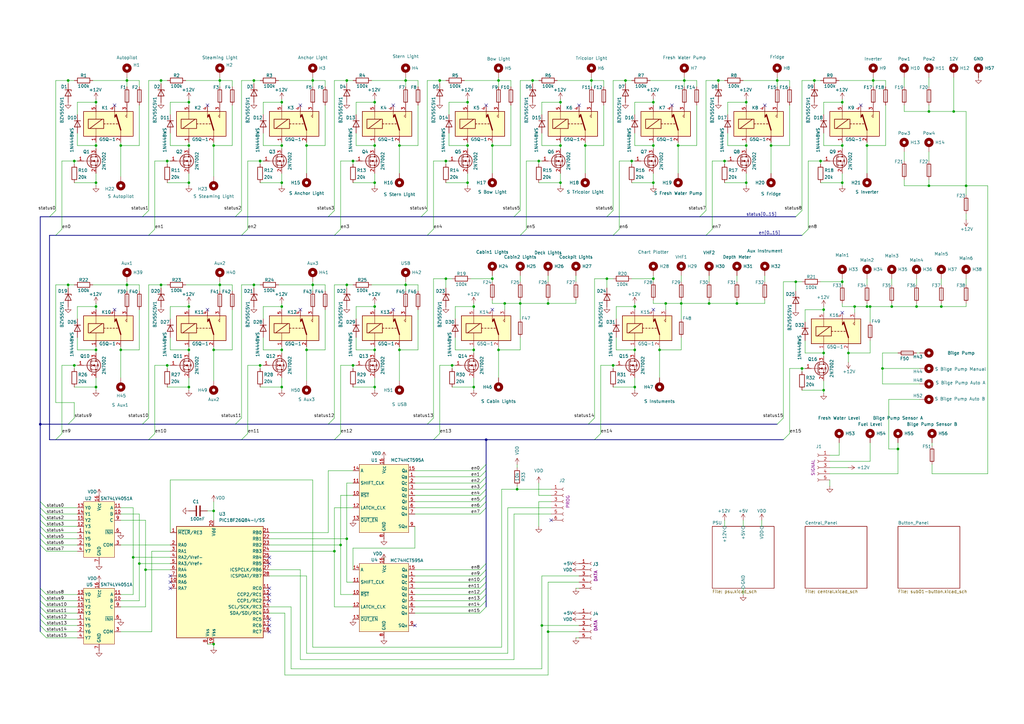
<source format=kicad_sch>
(kicad_sch (version 20250114) (generator "eeschema") (generator_version "9.0")
  (paper "A3")
  (junction (at 256.54 33.02))
  (junction (at 396.24 76.2))
  (junction (at 39.37 143.51))
  (junction (at 218.44 33.02))
  (junction (at 59.69 233.68))
  (junction (at 106.68 149.86))
  (junction (at 87.63 143.51))
  (junction (at 191.77 41.91))
  (junction (at 185.42 149.86))
  (junction (at 77.47 143.51))
  (junction (at 328.93 151.13))
  (junction (at 337.82 160.02))
  (junction (at 153.67 158.75))
  (junction (at 153.67 74.93))
  (junction (at 115.57 125.73))
  (junction (at 294.64 33.02))
  (junction (at 345.44 41.91))
  (junction (at 144.78 149.86))
  (junction (at 279.4 124.46))
  (junction (at 229.87 59.69))
  (junction (at 204.47 143.51))
  (junction (at 213.36 124.46))
  (junction (at 204.47 33.02))
  (junction (at 52.07 116.84))
  (junction (at 142.24 33.02))
  (junction (at 68.58 149.86))
  (junction (at 182.88 114.3))
  (junction (at 297.18 66.04))
  (junction (at 27.94 116.84))
  (junction (at 16.51 173.99))
  (junction (at 182.88 66.04))
  (junction (at 273.05 124.46))
  (junction (at 153.67 143.51))
  (junction (at 52.07 33.02))
  (junction (at 212.09 200.66))
  (junction (at 115.57 158.75))
  (junction (at 248.92 114.3))
  (junction (at 153.67 125.73))
  (junction (at 77.47 74.93))
  (junction (at 260.35 125.73))
  (junction (at 391.16 45.72))
  (junction (at 336.55 66.04))
  (junction (at 194.31 143.51))
  (junction (at 260.35 158.75))
  (junction (at 345.44 74.93))
  (junction (at 54.61 228.6))
  (junction (at 260.35 143.51))
  (junction (at 163.83 59.69))
  (junction (at 166.37 116.84))
  (junction (at 267.97 41.91))
  (junction (at 201.93 59.69))
  (junction (at 166.37 33.02))
  (junction (at 356.87 125.73))
  (junction (at 115.57 143.51))
  (junction (at 201.93 114.3))
  (junction (at 30.48 66.04))
  (junction (at 27.94 33.02))
  (junction (at 39.37 59.69))
  (junction (at 39.37 41.91))
  (junction (at 242.57 33.02))
  (junction (at 355.6 125.73))
  (junction (at 87.63 59.69))
  (junction (at 251.46 149.86))
  (junction (at 337.82 127))
  (junction (at 125.73 143.51))
  (junction (at 180.34 33.02))
  (junction (at 115.57 74.93))
  (junction (at 87.63 264.16))
  (junction (at 259.08 66.04))
  (junction (at 139.7 223.52))
  (junction (at 104.14 33.02))
  (junction (at 229.87 74.93))
  (junction (at 207.01 124.46))
  (junction (at 128.27 116.84))
  (junction (at 106.68 66.04))
  (junction (at 240.03 59.69))
  (junction (at 153.67 41.91))
  (junction (at 68.58 66.04))
  (junction (at 39.37 158.75))
  (junction (at 220.98 66.04))
  (junction (at 90.17 116.84))
  (junction (at 222.25 256.54))
  (junction (at 347.98 144.78))
  (junction (at 142.24 116.84))
  (junction (at 90.17 33.02))
  (junction (at 290.83 124.46))
  (junction (at 163.83 143.51))
  (junction (at 115.57 41.91))
  (junction (at 337.82 144.78))
  (junction (at 361.95 151.13))
  (junction (at 368.3 184.15))
  (junction (at 381 76.2))
  (junction (at 355.6 59.69))
  (junction (at 229.87 41.91))
  (junction (at 326.39 115.57))
  (junction (at 77.47 59.69))
  (junction (at 267.97 114.3))
  (junction (at 128.27 33.02))
  (junction (at 66.04 116.84))
  (junction (at 306.07 41.91))
  (junction (at 375.92 125.73))
  (junction (at 306.07 74.93))
  (junction (at 66.04 33.02))
  (junction (at 77.47 158.75))
  (junction (at 125.73 59.69))
  (junction (at 318.77 33.02))
  (junction (at 49.53 143.51))
  (junction (at 153.67 59.69))
  (junction (at 350.52 125.73))
  (junction (at 365.76 125.73))
  (junction (at 302.26 124.46))
  (junction (at 87.63 209.55))
  (junction (at 199.39 180.34))
  (junction (at 144.78 66.04))
  (junction (at 224.79 259.08))
  (junction (at 39.37 74.93))
  (junction (at 345.44 59.69))
  (junction (at 142.24 220.98))
  (junction (at 386.08 125.73))
  (junction (at 334.01 33.02))
  (junction (at 191.77 74.93))
  (junction (at 267.97 74.93))
  (junction (at 270.51 143.51))
  (junction (at 381 45.72))
  (junction (at 224.79 124.46))
  (junction (at 57.15 231.14))
  (junction (at 194.31 125.73))
  (junction (at 280.67 33.02))
  (junction (at 345.44 115.57))
  (junction (at 194.31 158.75))
  (junction (at 104.14 116.84))
  (junction (at 77.47 125.73))
  (junction (at 77.47 41.91))
  (junction (at 306.07 59.69))
  (junction (at 30.48 149.86))
  (junction (at 316.23 59.69))
  (junction (at 267.97 59.69))
  (junction (at 278.13 59.69))
  (junction (at 191.77 59.69))
  (junction (at 39.37 125.73))
  (junction (at 115.57 59.69))
  (junction (at 358.14 33.02))
  (junction (at 49.53 59.69))
  (junction (at 137.16 226.06))
  (no_connect (at 275.59 43.18))
  (no_connect (at 161.29 127))
  (no_connect (at 201.93 127))
  (no_connect (at 123.19 127))
  (no_connect (at 110.49 243.84))
  (no_connect (at 199.39 43.18))
  (no_connect (at 313.69 43.18))
  (no_connect (at 69.85 241.3))
  (no_connect (at 85.09 127))
  (no_connect (at 353.06 43.18))
  (no_connect (at 170.18 256.54))
  (no_connect (at 110.49 228.6))
  (no_connect (at 46.99 43.18))
  (no_connect (at 226.06 213.36))
  (no_connect (at 69.85 238.76))
  (no_connect (at 85.09 43.18))
  (no_connect (at 110.49 259.08))
  (no_connect (at 345.44 128.27))
  (no_connect (at 110.49 254))
  (no_connect (at 46.99 127))
  (no_connect (at 123.19 43.18))
  (no_connect (at 110.49 231.14))
  (no_connect (at 110.49 256.54))
  (no_connect (at 69.85 236.22))
  (no_connect (at 237.49 43.18))
  (no_connect (at 161.29 43.18))
  (no_connect (at 110.49 241.3))
  (no_connect (at 110.49 246.38))
  (no_connect (at 267.97 127))
  (bus_entry (at 16.51 215.9) (size 2.54 2.54))
  (bus_entry (at 199.39 205.74) (size -2.54 2.54))
  (bus_entry (at 248.92 88.9) (size 2.54 -2.54))
  (bus_entry (at 16.51 223.52) (size 2.54 2.54))
  (bus_entry (at 60.96 180.34) (size 2.54 -2.54))
  (bus_entry (at 199.39 238.76) (size -2.54 2.54))
  (bus_entry (at 199.39 200.66) (size -2.54 2.54))
  (bus_entry (at 20.32 88.9) (size 2.54 -2.54))
  (bus_entry (at 16.51 220.98) (size 2.54 2.54))
  (bus_entry (at 134.62 88.9) (size 2.54 -2.54))
  (bus_entry (at 175.26 173.99) (size 2.54 -2.54))
  (bus_entry (at 328.93 96.52) (size 2.54 -2.54))
  (bus_entry (at 58.42 88.9) (size 2.54 -2.54))
  (bus_entry (at 243.84 180.34) (size 2.54 -2.54))
  (bus_entry (at 199.39 248.92) (size -2.54 2.54))
  (bus_entry (at 16.51 213.36) (size 2.54 2.54))
  (bus_entry (at 326.39 88.9) (size 2.54 -2.54))
  (bus_entry (at 16.51 210.82) (size 2.54 2.54))
  (bus_entry (at 16.51 241.3) (size 2.54 2.54))
  (bus_entry (at 16.51 259.08) (size 2.54 2.54))
  (bus_entry (at 199.39 195.58) (size -2.54 2.54))
  (bus_entry (at 251.46 96.52) (size 2.54 -2.54))
  (bus_entry (at 199.39 193.04) (size -2.54 2.54))
  (bus_entry (at 22.86 180.34) (size 2.54 -2.54))
  (bus_entry (at 16.51 205.74) (size 2.54 2.54))
  (bus_entry (at 199.39 203.2) (size -2.54 2.54))
  (bus_entry (at 199.39 236.22) (size -2.54 2.54))
  (bus_entry (at 199.39 246.38) (size -2.54 2.54))
  (bus_entry (at 199.39 198.12) (size -2.54 2.54))
  (bus_entry (at 137.16 96.52) (size 2.54 -2.54))
  (bus_entry (at 16.51 254) (size 2.54 2.54))
  (bus_entry (at 321.31 180.34) (size 2.54 -2.54))
  (bus_entry (at 16.51 218.44) (size 2.54 2.54))
  (bus_entry (at 199.39 208.28) (size -2.54 2.54))
  (bus_entry (at 199.39 233.68) (size -2.54 2.54))
  (bus_entry (at 199.39 243.84) (size -2.54 2.54))
  (bus_entry (at 96.52 88.9) (size 2.54 -2.54))
  (bus_entry (at 22.86 96.52) (size 2.54 -2.54))
  (bus_entry (at 27.94 173.99) (size 2.54 -2.54))
  (bus_entry (at 213.36 96.52) (size 2.54 -2.54))
  (bus_entry (at 210.82 88.9) (size 2.54 -2.54))
  (bus_entry (at 16.51 246.38) (size 2.54 2.54))
  (bus_entry (at 99.06 96.52) (size 2.54 -2.54))
  (bus_entry (at 289.56 96.52) (size 2.54 -2.54))
  (bus_entry (at 287.02 88.9) (size 2.54 -2.54))
  (bus_entry (at 137.16 180.34) (size 2.54 -2.54))
  (bus_entry (at 16.51 248.92) (size 2.54 2.54))
  (bus_entry (at 175.26 96.52) (size 2.54 -2.54))
  (bus_entry (at 172.72 88.9) (size 2.54 -2.54))
  (bus_entry (at 16.51 256.54) (size 2.54 2.54))
  (bus_entry (at 199.39 241.3) (size -2.54 2.54))
  (bus_entry (at 96.52 173.99) (size 2.54 -2.54))
  (bus_entry (at 99.06 180.34) (size 2.54 -2.54))
  (bus_entry (at 318.77 173.99) (size 2.54 -2.54))
  (bus_entry (at 16.51 251.46) (size 2.54 2.54))
  (bus_entry (at 60.96 96.52) (size 2.54 -2.54))
  (bus_entry (at 199.39 190.5) (size -2.54 2.54))
  (bus_entry (at 177.8 180.34) (size 2.54 -2.54))
  (bus_entry (at 134.62 173.99) (size 2.54 -2.54))
  (bus_entry (at 16.51 243.84) (size 2.54 2.54))
  (bus_entry (at 16.51 208.28) (size 2.54 2.54))
  (bus_entry (at 58.42 173.99) (size 2.54 -2.54))
  (bus_entry (at 199.39 231.14) (size -2.54 2.54))
  (bus_entry (at 241.3 173.99) (size 2.54 -2.54))
  (wire (pts (xy 49.53 59.69) (xy 49.53 58.42)))
  (wire (pts (xy 19.05 256.54) (xy 31.75 256.54)))
  (wire (pts (xy 77.47 154.94) (xy 77.47 158.75)))
  (wire (pts (xy 260.35 124.46) (xy 260.35 125.73)))
  (wire (pts (xy 260.35 158.75) (xy 260.35 160.02)))
  (wire (pts (xy 110.49 251.46) (xy 116.84 251.46)))
  (wire (pts (xy 289.56 33.02) (xy 289.56 86.36)))
  (wire (pts (xy 59.69 248.92) (xy 49.53 248.92)))
  (wire (pts (xy 68.58 158.75) (xy 77.47 158.75)))
  (wire (pts (xy 204.47 31.75) (xy 204.47 33.02)))
  (wire (pts (xy 177.8 114.3) (xy 182.88 114.3)))
  (wire (pts (xy 213.36 124.46) (xy 207.01 124.46)))
  (wire (pts (xy 153.67 125.73) (xy 146.05 125.73)))
  (wire (pts (xy 163.83 59.69) (xy 163.83 71.12)))
  (wire (pts (xy 191.77 74.93) (xy 191.77 76.2)))
  (wire (pts (xy 344.17 186.69) (xy 340.36 186.69)))
  (wire (pts (xy 119.38 248.92) (xy 110.49 248.92)))
  (wire (pts (xy 381 45.72) (xy 391.16 45.72)))
  (wire (pts (xy 68.58 151.13) (xy 68.58 149.86)))
  (wire (pts (xy 104.14 118.11) (xy 104.14 116.84)))
  (wire (pts (xy 153.67 41.91) (xy 146.05 41.91)))
  (wire (pts (xy 218.44 33.02) (xy 220.98 33.02)))
  (wire (pts (xy 87.63 59.69) (xy 95.25 59.69)))
  (wire (pts (xy 280.67 33.02) (xy 280.67 35.56)))
  (wire (pts (xy 222.25 41.91) (xy 222.25 46.99)))
  (wire (pts (xy 104.14 34.29) (xy 104.14 33.02)))
  (wire (pts (xy 370.84 45.72) (xy 381 45.72)))
  (wire (pts (xy 170.18 248.92) (xy 196.85 248.92)))
  (wire (pts (xy 57.15 210.82) (xy 57.15 231.14)))
  (wire (pts (xy 370.84 62.23) (xy 370.84 66.04)))
  (wire (pts (xy 213.36 124.46) (xy 224.79 124.46)))
  (bus (pts (xy 20.32 96.52) (xy 20.32 180.34)))
  (wire (pts (xy 381 76.2) (xy 396.24 76.2)))
  (wire (pts (xy 57.15 127) (xy 57.15 143.51)))
  (wire (pts (xy 90.17 116.84) (xy 90.17 119.38)))
  (wire (pts (xy 125.73 59.69) (xy 125.73 58.42)))
  (wire (pts (xy 39.37 59.69) (xy 39.37 60.96)))
  (wire (pts (xy 242.57 33.02) (xy 242.57 35.56)))
  (wire (pts (xy 306.07 59.69) (xy 306.07 58.42)))
  (wire (pts (xy 294.64 34.29) (xy 294.64 33.02)))
  (wire (pts (xy 180.34 149.86) (xy 180.34 177.8)))
  (wire (pts (xy 77.47 125.73) (xy 77.47 127)))
  (wire (pts (xy 175.26 33.02) (xy 175.26 86.36)))
  (wire (pts (xy 368.3 181.61) (xy 368.3 184.15)))
  (wire (pts (xy 224.79 123.19) (xy 224.79 124.46)))
  (wire (pts (xy 193.04 114.3) (xy 201.93 114.3)))
  (bus (pts (xy 175.26 96.52) (xy 213.36 96.52)))
  (wire (pts (xy 391.16 31.75) (xy 391.16 45.72)))
  (wire (pts (xy 318.77 31.75) (xy 318.77 33.02)))
  (wire (pts (xy 318.77 33.02) (xy 318.77 35.56)))
  (wire (pts (xy 396.24 114.3) (xy 396.24 116.84)))
  (wire (pts (xy 95.25 116.84) (xy 95.25 119.38)))
  (bus (pts (xy 16.51 173.99) (xy 27.94 173.99)))
  (wire (pts (xy 316.23 59.69) (xy 323.85 59.69)))
  (wire (pts (xy 220.98 198.12) (xy 220.98 203.2)))
  (wire (pts (xy 22.86 33.02) (xy 22.86 86.36)))
  (wire (pts (xy 153.67 158.75) (xy 153.67 160.02)))
  (wire (pts (xy 375.92 114.3) (xy 375.92 116.84)))
  (bus (pts (xy 172.72 88.9) (xy 210.82 88.9)))
  (wire (pts (xy 355.6 59.69) (xy 355.6 58.42)))
  (wire (pts (xy 361.95 144.78) (xy 361.95 151.13)))
  (wire (pts (xy 340.36 191.77) (xy 347.98 191.77)))
  (wire (pts (xy 19.05 215.9) (xy 31.75 215.9)))
  (wire (pts (xy 201.93 114.3) (xy 201.93 115.57)))
  (wire (pts (xy 77.47 143.51) (xy 77.47 144.78)))
  (wire (pts (xy 31.75 54.61) (xy 31.75 59.69)))
  (bus (pts (xy 99.06 96.52) (xy 137.16 96.52)))
  (wire (pts (xy 204.47 143.51) (xy 213.36 143.51)))
  (wire (pts (xy 328.93 151.13) (xy 330.2 151.13)))
  (wire (pts (xy 368.3 194.31) (xy 340.36 194.31)))
  (wire (pts (xy 292.1 66.04) (xy 292.1 93.98)))
  (wire (pts (xy 123.19 270.51) (xy 210.82 270.51)))
  (wire (pts (xy 382.27 194.31) (xy 405.13 194.31)))
  (wire (pts (xy 63.5 149.86) (xy 68.58 149.86)))
  (wire (pts (xy 267.97 114.3) (xy 267.97 115.57)))
  (wire (pts (xy 330.2 144.78) (xy 337.82 144.78)))
  (wire (pts (xy 218.44 34.29) (xy 218.44 33.02)))
  (wire (pts (xy 63.5 149.86) (xy 63.5 177.8)))
  (wire (pts (xy 115.57 41.91) (xy 107.95 41.91)))
  (wire (pts (xy 212.09 199.39) (xy 212.09 200.66)))
  (bus (pts (xy 60.96 180.34) (xy 99.06 180.34)))
  (wire (pts (xy 106.68 151.13) (xy 106.68 149.86)))
  (wire (pts (xy 177.8 66.04) (xy 182.88 66.04)))
  (wire (pts (xy 57.15 116.84) (xy 57.15 119.38)))
  (wire (pts (xy 87.63 143.51) (xy 87.63 142.24)))
  (wire (pts (xy 347.98 144.78) (xy 347.98 148.59)))
  (wire (pts (xy 184.15 54.61) (xy 184.15 59.69)))
  (wire (pts (xy 170.18 243.84) (xy 196.85 243.84)))
  (wire (pts (xy 106.68 158.75) (xy 115.57 158.75)))
  (wire (pts (xy 128.27 31.75) (xy 128.27 33.02)))
  (wire (pts (xy 306.07 74.93) (xy 306.07 76.2)))
  (wire (pts (xy 370.84 76.2) (xy 381 76.2)))
  (wire (pts (xy 170.18 236.22) (xy 196.85 236.22)))
  (wire (pts (xy 62.23 259.08) (xy 49.53 259.08)))
  (wire (pts (xy 180.34 149.86) (xy 185.42 149.86)))
  (wire (pts (xy 77.47 40.64) (xy 77.47 41.91)))
  (wire (pts (xy 229.87 41.91) (xy 222.25 41.91)))
  (wire (pts (xy 110.49 233.68) (xy 123.19 233.68)))
  (wire (pts (xy 153.67 154.94) (xy 153.67 158.75)))
  (wire (pts (xy 251.46 158.75) (xy 260.35 158.75)))
  (wire (pts (xy 356.87 181.61) (xy 356.87 189.23)))
  (wire (pts (xy 87.63 205.74) (xy 87.63 209.55)))
  (wire (pts (xy 222.25 54.61) (xy 222.25 59.69)))
  (wire (pts (xy 107.95 125.73) (xy 107.95 130.81)))
  (wire (pts (xy 209.55 33.02) (xy 209.55 35.56)))
  (wire (pts (xy 39.37 74.93) (xy 39.37 76.2)))
  (wire (pts (xy 267.97 124.46) (xy 273.05 124.46)))
  (wire (pts (xy 243.84 114.3) (xy 243.84 171.45)))
  (bus (pts (xy 20.32 96.52) (xy 22.86 96.52)))
  (wire (pts (xy 364.49 184.15) (xy 368.3 184.15)))
  (wire (pts (xy 340.36 196.85) (xy 340.36 199.39)))
  (wire (pts (xy 139.7 223.52) (xy 139.7 203.2)))
  (wire (pts (xy 77.47 41.91) (xy 77.47 43.18)))
  (bus (pts (xy 16.51 251.46) (xy 16.51 254)))
  (wire (pts (xy 205.74 265.43) (xy 128.27 265.43)))
  (wire (pts (xy 237.49 261.62) (xy 236.22 261.62)))
  (wire (pts (xy 334.01 33.02) (xy 336.55 33.02)))
  (wire (pts (xy 19.05 259.08) (xy 31.75 259.08)))
  (wire (pts (xy 153.67 71.12) (xy 153.67 74.93)))
  (wire (pts (xy 30.48 149.86) (xy 31.75 149.86)))
  (wire (pts (xy 382.27 181.61) (xy 382.27 182.88)))
  (wire (pts (xy 356.87 125.73) (xy 365.76 125.73)))
  (wire (pts (xy 49.53 143.51) (xy 57.15 143.51)))
  (wire (pts (xy 191.77 41.91) (xy 184.15 41.91)))
  (wire (pts (xy 69.85 143.51) (xy 77.47 143.51)))
  (wire (pts (xy 142.24 238.76) (xy 144.78 238.76)))
  (wire (pts (xy 180.34 33.02) (xy 182.88 33.02)))
  (wire (pts (xy 345.44 41.91) (xy 337.82 41.91)))
  (wire (pts (xy 30.48 66.04) (xy 31.75 66.04)))
  (wire (pts (xy 260.35 154.94) (xy 260.35 158.75)))
  (wire (pts (xy 153.67 41.91) (xy 153.67 43.18)))
  (wire (pts (xy 170.18 241.3) (xy 196.85 241.3)))
  (wire (pts (xy 68.58 66.04) (xy 69.85 66.04)))
  (wire (pts (xy 144.78 149.86) (xy 146.05 149.86)))
  (wire (pts (xy 279.4 124.46) (xy 290.83 124.46)))
  (wire (pts (xy 146.05 138.43) (xy 146.05 143.51)))
  (wire (pts (xy 210.82 270.51) (xy 210.82 210.82)))
  (wire (pts (xy 229.87 41.91) (xy 229.87 43.18)))
  (wire (pts (xy 260.35 143.51) (xy 260.35 142.24)))
  (wire (pts (xy 137.16 208.28) (xy 137.16 226.06)))
  (wire (pts (xy 25.4 149.86) (xy 30.48 149.86)))
  (wire (pts (xy 115.57 40.64) (xy 115.57 41.91)))
  (bus (pts (xy 289.56 96.52) (xy 328.93 96.52)))
  (wire (pts (xy 163.83 143.51) (xy 163.83 156.21)))
  (wire (pts (xy 87.63 59.69) (xy 87.63 58.42)))
  (wire (pts (xy 267.97 71.12) (xy 267.97 74.93)))
  (wire (pts (xy 313.69 124.46) (xy 302.26 124.46)))
  (wire (pts (xy 182.88 114.3) (xy 182.88 118.11)))
  (bus (pts (xy 16.51 256.54) (xy 16.51 259.08)))
  (bus (pts (xy 20.32 88.9) (xy 58.42 88.9)))
  (wire (pts (xy 396.24 87.63) (xy 396.24 90.17)))
  (wire (pts (xy 396.24 76.2) (xy 396.24 80.01)))
  (wire (pts (xy 170.18 246.38) (xy 196.85 246.38)))
  (wire (pts (xy 396.24 45.72) (xy 396.24 76.2)))
  (wire (pts (xy 208.28 267.97) (xy 125.73 267.97)))
  (wire (pts (xy 170.18 208.28) (xy 196.85 208.28)))
  (wire (pts (xy 190.5 33.02) (xy 204.47 33.02)))
  (wire (pts (xy 194.31 125.73) (xy 194.31 127)))
  (wire (pts (xy 139.7 149.86) (xy 144.78 149.86)))
  (wire (pts (xy 166.37 116.84) (xy 166.37 119.38)))
  (wire (pts (xy 252.73 138.43) (xy 252.73 143.51)))
  (wire (pts (xy 306.07 59.69) (xy 306.07 60.96)))
  (wire (pts (xy 290.83 123.19) (xy 290.83 124.46)))
  (wire (pts (xy 77.47 71.12) (xy 77.47 74.93)))
  (wire (pts (xy 337.82 127) (xy 337.82 128.27)))
  (wire (pts (xy 224.79 238.76) (xy 237.49 238.76)))
  (wire (pts (xy 30.48 151.13) (xy 30.48 149.86)))
  (bus (pts (xy 199.39 198.12) (xy 199.39 200.66)))
  (wire (pts (xy 110.49 226.06) (xy 137.16 226.06)))
  (wire (pts (xy 208.28 208.28) (xy 226.06 208.28)))
  (wire (pts (xy 201.93 59.69) (xy 201.93 71.12)))
  (wire (pts (xy 142.24 116.84) (xy 144.78 116.84)))
  (wire (pts (xy 99.06 116.84) (xy 104.14 116.84)))
  (bus (pts (xy 16.51 243.84) (xy 16.51 246.38)))
  (wire (pts (xy 194.31 143.51) (xy 194.31 144.78)))
  (wire (pts (xy 194.31 158.75) (xy 194.31 160.02)))
  (wire (pts (xy 345.44 115.57) (xy 345.44 116.84)))
  (wire (pts (xy 361.95 157.48) (xy 361.95 151.13)))
  (wire (pts (xy 99.06 33.02) (xy 104.14 33.02)))
  (wire (pts (xy 345.44 59.69) (xy 345.44 60.96)))
  (wire (pts (xy 336.55 115.57) (xy 345.44 115.57)))
  (wire (pts (xy 115.57 124.46) (xy 115.57 125.73)))
  (wire (pts (xy 267.97 59.69) (xy 267.97 60.96)))
  (wire (pts (xy 77.47 125.73) (xy 69.85 125.73)))
  (wire (pts (xy 326.39 115.57) (xy 328.93 115.57)))
  (wire (pts (xy 99.06 33.02) (xy 99.06 86.36)))
  (bus (pts (xy 199.39 243.84) (xy 199.39 246.38)))
  (wire (pts (xy 347.98 144.78) (xy 356.87 144.78)))
  (wire (pts (xy 133.35 33.02) (xy 133.35 35.56)))
  (wire (pts (xy 304.8 243.84) (xy 304.8 241.3)))
  (wire (pts (xy 57.15 33.02) (xy 57.15 35.56)))
  (wire (pts (xy 323.85 33.02) (xy 318.77 33.02)))
  (wire (pts (xy 90.17 115.57) (xy 90.17 116.84)))
  (wire (pts (xy 292.1 66.04) (xy 297.18 66.04)))
  (wire (pts (xy 77.47 41.91) (xy 69.85 41.91)))
  (wire (pts (xy 54.61 208.28) (xy 54.61 228.6)))
  (wire (pts (xy 144.78 208.28) (xy 137.16 208.28)))
  (wire (pts (xy 153.67 40.64) (xy 153.67 41.91)))
  (wire (pts (xy 355.6 125.73) (xy 350.52 125.73)))
  (wire (pts (xy 30.48 171.45) (xy 30.48 165.1)))
  (bus (pts (xy 251.46 96.52) (xy 289.56 96.52)))
  (wire (pts (xy 170.18 210.82) (xy 196.85 210.82)))
  (wire (pts (xy 163.83 143.51) (xy 163.83 142.24)))
  (wire (pts (xy 106.68 149.86) (xy 107.95 149.86)))
  (wire (pts (xy 321.31 115.57) (xy 321.31 171.45)))
  (wire (pts (xy 267.97 40.64) (xy 267.97 41.91)))
  (wire (pts (xy 313.69 123.19) (xy 313.69 124.46)))
  (wire (pts (xy 107.95 54.61) (xy 107.95 59.69)))
  (wire (pts (xy 204.47 33.02) (xy 204.47 35.56)))
  (wire (pts (xy 49.53 223.52) (xy 69.85 223.52)))
  (wire (pts (xy 69.85 125.73) (xy 69.85 130.81)))
  (bus (pts (xy 99.06 180.34) (xy 137.16 180.34)))
  (wire (pts (xy 63.5 66.04) (xy 63.5 93.98)))
  (wire (pts (xy 328.93 33.02) (xy 328.93 86.36)))
  (wire (pts (xy 365.76 114.3) (xy 365.76 116.84)))
  (wire (pts (xy 331.47 66.04) (xy 336.55 66.04)))
  (wire (pts (xy 57.15 116.84) (xy 52.07 116.84)))
  (wire (pts (xy 260.35 41.91) (xy 260.35 46.99)))
  (wire (pts (xy 337.82 125.73) (xy 337.82 127)))
  (wire (pts (xy 184.15 59.69) (xy 191.77 59.69)))
  (wire (pts (xy 207.01 124.46) (xy 207.01 127)))
  (wire (pts (xy 69.85 54.61) (xy 69.85 59.69)))
  (bus (pts (xy 16.51 205.74) (xy 16.51 208.28)))
  (wire (pts (xy 345.44 114.3) (xy 345.44 115.57)))
  (wire (pts (xy 99.06 116.84) (xy 99.06 171.45)))
  (wire (pts (xy 27.94 34.29) (xy 27.94 33.02)))
  (wire (pts (xy 106.68 74.93) (xy 115.57 74.93)))
  (bus (pts (xy 22.86 96.52) (xy 60.96 96.52)))
  (wire (pts (xy 87.63 59.69) (xy 87.63 72.39)))
  (wire (pts (xy 229.87 74.93) (xy 229.87 76.2)))
  (bus (pts (xy 199.39 200.66) (xy 199.39 203.2)))
  (wire (pts (xy 57.15 33.02) (xy 52.07 33.02)))
  (wire (pts (xy 171.45 116.84) (xy 166.37 116.84)))
  (bus (pts (xy 210.82 88.9) (xy 248.92 88.9)))
  (wire (pts (xy 19.05 213.36) (xy 31.75 213.36)))
  (wire (pts (xy 39.37 124.46) (xy 39.37 125.73)))
  (wire (pts (xy 115.57 158.75) (xy 115.57 160.02)))
  (wire (pts (xy 370.84 31.75) (xy 370.84 35.56)))
  (wire (pts (xy 201.93 124.46) (xy 207.01 124.46)))
  (wire (pts (xy 280.67 31.75) (xy 280.67 33.02)))
  (wire (pts (xy 125.73 236.22) (xy 110.49 236.22)))
  (wire (pts (xy 19.05 226.06) (xy 31.75 226.06)))
  (wire (pts (xy 323.85 33.02) (xy 323.85 35.56)))
  (wire (pts (xy 220.98 74.93) (xy 229.87 74.93)))
  (wire (pts (xy 137.16 226.06) (xy 137.16 248.92)))
  (wire (pts (xy 381 31.75) (xy 381 35.56)))
  (wire (pts (xy 125.73 59.69) (xy 125.73 71.12)))
  (wire (pts (xy 166.37 33.02) (xy 166.37 35.56)))
  (wire (pts (xy 278.13 59.69) (xy 278.13 71.12)))
  (wire (pts (xy 313.69 113.03) (xy 313.69 115.57)))
  (wire (pts (xy 204.47 143.51) (xy 204.47 142.24)))
  (wire (pts (xy 85.09 264.16) (xy 87.63 264.16)))
  (wire (pts (xy 171.45 116.84) (xy 171.45 119.38)))
  (wire (pts (xy 22.86 116.84) (xy 22.86 165.1)))
  (wire (pts (xy 350.52 125.73) (xy 350.52 128.27)))
  (wire (pts (xy 107.95 41.91) (xy 107.95 46.99)))
  (wire (pts (xy 191.77 40.64) (xy 191.77 41.91)))
  (bus (pts (xy 16.51 241.3) (xy 16.51 243.84)))
  (bus (pts (xy 22.86 180.34) (xy 60.96 180.34)))
  (wire (pts (xy 25.4 66.04) (xy 25.4 93.98)))
  (bus (pts (xy 134.62 88.9) (xy 172.72 88.9)))
  (wire (pts (xy 345.44 124.46) (xy 345.44 125.73)))
  (wire (pts (xy 68.58 74.93) (xy 77.47 74.93)))
  (wire (pts (xy 330.2 139.7) (xy 330.2 144.78)))
  (wire (pts (xy 237.49 241.3) (xy 236.22 241.3)))
  (wire (pts (xy 186.69 138.43) (xy 186.69 143.51)))
  (wire (pts (xy 222.25 256.54) (xy 222.25 274.32)))
  (wire (pts (xy 180.34 34.29) (xy 180.34 33.02)))
  (wire (pts (xy 302.26 124.46) (xy 290.83 124.46)))
  (wire (pts (xy 191.77 41.91) (xy 191.77 43.18)))
  (wire (pts (xy 194.31 154.94) (xy 194.31 158.75)))
  (wire (pts (xy 25.4 149.86) (xy 25.4 177.8)))
  (wire (pts (xy 153.67 143.51) (xy 153.67 144.78)))
  (wire (pts (xy 304.8 213.36) (xy 304.8 215.9)))
  (wire (pts (xy 375.92 124.46) (xy 375.92 125.73)))
  (wire (pts (xy 39.37 158.75) (xy 39.37 160.02)))
  (wire (pts (xy 39.37 125.73) (xy 31.75 125.73)))
  (wire (pts (xy 31.75 138.43) (xy 31.75 143.51)))
  (bus (pts (xy 27.94 173.99) (xy 58.42 173.99)))
  (wire (pts (xy 19.05 248.92) (xy 31.75 248.92)))
  (wire (pts (xy 49.53 213.36) (xy 59.69 213.36)))
  (wire (pts (xy 345.44 125.73) (xy 350.52 125.73)))
  (wire (pts (xy 39.37 154.94) (xy 39.37 158.75)))
  (wire (pts (xy 246.38 149.86) (xy 246.38 177.8)))
  (wire (pts (xy 326.39 115.57) (xy 326.39 119.38)))
  (wire (pts (xy 106.68 67.31) (xy 106.68 66.04)))
  (wire (pts (xy 355.6 124.46) (xy 355.6 125.73)))
  (wire (pts (xy 364.49 163.83) (xy 364.49 184.15)))
  (wire (pts (xy 298.45 59.69) (xy 306.07 59.69)))
  (wire (pts (xy 336.55 67.31) (xy 336.55 66.04)))
  (wire (pts (xy 142.24 34.29) (xy 142.24 33.02)))
  (wire (pts (xy 248.92 114.3) (xy 248.92 118.11)))
  (bus (pts (xy 16.51 246.38) (xy 16.51 248.92)))
  (wire (pts (xy 125.73 143.51) (xy 133.35 143.51)))
  (wire (pts (xy 133.35 116.84) (xy 133.35 119.38)))
  (wire (pts (xy 185.42 151.13) (xy 185.42 149.86)))
  (wire (pts (xy 77.47 124.46) (xy 77.47 125.73)))
  (wire (pts (xy 355.6 59.69) (xy 355.6 71.12)))
  (wire (pts (xy 101.6 66.04) (xy 101.6 93.98)))
  (wire (pts (xy 254 66.04) (xy 259.08 66.04)))
  (wire (pts (xy 279.4 138.43) (xy 279.4 143.51)))
  (wire (pts (xy 222.25 256.54) (xy 237.49 256.54)))
  (wire (pts (xy 139.7 149.86) (xy 139.7 177.8)))
  (wire (pts (xy 39.37 143.51) (xy 39.37 144.78)))
  (wire (pts (xy 337.82 144.78) (xy 337.82 146.05)))
  (wire (pts (xy 267.97 41.91) (xy 260.35 41.91)))
  (wire (pts (xy 247.65 33.02) (xy 247.65 35.56)))
  (wire (pts (xy 59.69 213.36) (xy 59.69 233.68)))
  (wire (pts (xy 260.35 54.61) (xy 260.35 59.69)))
  (wire (pts (xy 356.87 189.23) (xy 340.36 189.23)))
  (wire (pts (xy 170.18 195.58) (xy 196.85 195.58)))
  (wire (pts (xy 146.05 125.73) (xy 146.05 130.81)))
  (wire (pts (xy 212.09 200.66) (xy 205.74 200.66)))
  (wire (pts (xy 170.18 251.46) (xy 196.85 251.46)))
  (wire (pts (xy 177.8 114.3) (xy 177.8 171.45)))
  (bus (pts (xy 199.39 246.38) (xy 199.39 248.92)))
  (wire (pts (xy 87.63 143.51) (xy 87.63 156.21)))
  (wire (pts (xy 236.22 113.03) (xy 236.22 115.57)))
  (wire (pts (xy 77.47 143.51) (xy 77.47 142.24)))
  (wire (pts (xy 128.27 33.02) (xy 128.27 35.56)))
  (wire (pts (xy 209.55 33.02) (xy 204.47 33.02)))
  (wire (pts (xy 248.92 114.3) (xy 251.46 114.3)))
  (wire (pts (xy 19.05 210.82) (xy 31.75 210.82)))
  (bus (pts (xy 177.8 180.34) (xy 199.39 180.34)))
  (wire (pts (xy 289.56 33.02) (xy 294.64 33.02)))
  (wire (pts (xy 368.3 184.15) (xy 368.3 194.31)))
  (wire (pts (xy 60.96 116.84) (xy 66.04 116.84)))
  (wire (pts (xy 133.35 33.02) (xy 128.27 33.02)))
  (wire (pts (xy 213.36 124.46) (xy 213.36 130.81)))
  (wire (pts (xy 39.37 41.91) (xy 39.37 43.18)))
  (wire (pts (xy 153.67 125.73) (xy 153.67 127)))
  (wire (pts (xy 344.17 33.02) (xy 358.14 33.02)))
  (wire (pts (xy 171.45 33.02) (xy 171.45 35.56)))
  (bus (pts (xy 60.96 96.52) (xy 99.06 96.52)))
  (wire (pts (xy 213.36 33.02) (xy 218.44 33.02)))
  (wire (pts (xy 66.04 118.11) (xy 66.04 116.84)))
  (wire (pts (xy 377.19 163.83) (xy 364.49 163.83)))
  (wire (pts (xy 270.51 143.51) (xy 270.51 142.24)))
  (wire (pts (xy 171.45 33.02) (xy 166.37 33.02)))
  (wire (pts (xy 22.86 33.02) (xy 27.94 33.02)))
  (wire (pts (xy 297.18 66.04) (xy 298.45 66.04)))
  (wire (pts (xy 31.75 143.51) (xy 39.37 143.51)))
  (wire (pts (xy 144.78 66.04) (xy 146.05 66.04)))
  (wire (pts (xy 297.18 213.36) (xy 297.18 215.9)))
  (wire (pts (xy 236.22 123.19) (xy 236.22 124.46)))
  (wire (pts (xy 175.26 33.02) (xy 180.34 33.02)))
  (wire (pts (xy 116.84 276.86) (xy 224.79 276.86)))
  (bus (pts (xy 96.52 88.9) (xy 134.62 88.9)))
  (wire (pts (xy 226.06 205.74) (xy 220.98 205.74)))
  (wire (pts (xy 39.37 40.64) (xy 39.37 41.91)))
  (wire (pts (xy 229.87 59.69) (xy 229.87 60.96)))
  (wire (pts (xy 90.17 31.75) (xy 90.17 33.02)))
  (wire (pts (xy 57.15 231.14) (xy 57.15 246.38)))
  (wire (pts (xy 128.27 116.84) (xy 128.27 119.38)))
  (wire (pts (xy 77.47 158.75) (xy 77.47 160.02)))
  (wire (pts (xy 201.93 59.69) (xy 201.93 58.42)))
  (wire (pts (xy 146.05 143.51) (xy 153.67 143.51)))
  (wire (pts (xy 363.22 33.02) (xy 363.22 35.56)))
  (wire (pts (xy 95.25 43.18) (xy 95.25 59.69)))
  (wire (pts (xy 215.9 66.04) (xy 220.98 66.04)))
  (bus (pts (xy 175.26 173.99) (xy 241.3 173.99)))
  (wire (pts (xy 302.26 113.03) (xy 302.26 115.57)))
  (wire (pts (xy 95.25 127) (xy 95.25 143.51)))
  (wire (pts (xy 240.03 59.69) (xy 247.65 59.69)))
  (wire (pts (xy 116.84 251.46) (xy 116.84 276.86)))
  (wire (pts (xy 273.05 124.46) (xy 273.05 127)))
  (bus (pts (xy 58.42 88.9) (xy 96.52 88.9)))
  (wire (pts (xy 59.69 233.68) (xy 69.85 233.68)))
  (wire (pts (xy 226.06 200.66) (xy 212.09 200.66)))
  (wire (pts (xy 229.87 59.69) (xy 229.87 58.42)))
  (bus (pts (xy 16.51 208.28) (xy 16.51 210.82)))
  (wire (pts (xy 240.03 59.69) (xy 240.03 71.12)))
  (wire (pts (xy 260.35 125.73) (xy 260.35 127)))
  (wire (pts (xy 259.08 67.31) (xy 259.08 66.04)))
  (wire (pts (xy 337.82 144.78) (xy 337.82 143.51)))
  (wire (pts (xy 224.79 259.08) (xy 224.79 276.86)))
  (wire (pts (xy 153.67 59.69) (xy 153.67 58.42)))
  (wire (pts (xy 294.64 33.02) (xy 297.18 33.02)))
  (wire (pts (xy 213.36 113.03) (xy 213.36 115.57)))
  (wire (pts (xy 114.3 33.02) (xy 128.27 33.02)))
  (wire (pts (xy 114.3 116.84) (xy 128.27 116.84)))
  (wire (pts (xy 69.85 41.91) (xy 69.85 46.99)))
  (wire (pts (xy 49.53 210.82) (xy 57.15 210.82)))
  (wire (pts (xy 57.15 246.38) (xy 49.53 246.38)))
  (wire (pts (xy 201.93 123.19) (xy 201.93 124.46)))
  (wire (pts (xy 247.65 43.18) (xy 247.65 59.69)))
  (wire (pts (xy 365.76 125.73) (xy 375.92 125.73)))
  (wire (pts (xy 182.88 114.3) (xy 185.42 114.3)))
  (wire (pts (xy 361.95 151.13) (xy 377.19 151.13)))
  (wire (pts (xy 251.46 149.86) (xy 252.73 149.86)))
  (wire (pts (xy 115.57 143.51) (xy 115.57 144.78)))
  (wire (pts (xy 85.09 209.55) (xy 87.63 209.55)))
  (wire (pts (xy 323.85 43.18) (xy 323.85 59.69)))
  (wire (pts (xy 133.35 43.18) (xy 133.35 59.69)))
  (wire (pts (xy 306.07 40.64) (xy 306.07 41.91)))
  (wire (pts (xy 170.18 205.74) (xy 196.85 205.74)))
  (wire (pts (xy 337.82 54.61) (xy 337.82 59.69)))
  (wire (pts (xy 386.08 125.73) (xy 396.24 125.73)))
  (wire (pts (xy 259.08 74.93) (xy 267.97 74.93)))
  (wire (pts (xy 213.36 138.43) (xy 213.36 143.51)))
  (wire (pts (xy 144.78 151.13) (xy 144.78 149.86)))
  (wire (pts (xy 177.8 66.04) (xy 177.8 93.98)))
  (wire (pts (xy 298.45 54.61) (xy 298.45 59.69)))
  (wire (pts (xy 115.57 125.73) (xy 115.57 127)))
  (wire (pts (xy 381 43.18) (xy 381 45.72)))
  (wire (pts (xy 186.69 125.73) (xy 186.69 130.81)))
  (bus (pts (xy 199.39 180.34) (xy 243.84 180.34)))
  (bus (pts (xy 16.51 254) (xy 16.51 256.54)))
  (wire (pts (xy 210.82 210.82) (xy 226.06 210.82)))
  (wire (pts (xy 77.47 59.69) (xy 77.47 58.42)))
  (wire (pts (xy 201.93 113.03) (xy 201.93 114.3)))
  (wire (pts (xy 182.88 74.93) (xy 191.77 74.93)))
  (wire (pts (xy 251.46 33.02) (xy 256.54 33.02)))
  (wire (pts (xy 107.95 59.69) (xy 115.57 59.69)))
  (wire (pts (xy 19.05 220.98) (xy 31.75 220.98)))
  (wire (pts (xy 133.35 116.84) (xy 128.27 116.84)))
  (wire (pts (xy 49.53 208.28) (xy 54.61 208.28)))
  (wire (pts (xy 370.84 73.66) (xy 370.84 76.2)))
  (bus (pts (xy 16.51 248.92) (xy 16.51 251.46)))
  (wire (pts (xy 139.7 66.04) (xy 139.7 93.98)))
  (wire (pts (xy 336.55 74.93) (xy 345.44 74.93)))
  (wire (pts (xy 125.73 143.51) (xy 125.73 142.24)))
  (wire (pts (xy 115.57 74.93) (xy 115.57 76.2)))
  (wire (pts (xy 52.07 31.75) (xy 52.07 33.02)))
  (wire (pts (xy 381 73.66) (xy 381 76.2)))
  (wire (pts (xy 31.75 125.73) (xy 31.75 130.81)))
  (wire (pts (xy 142.24 198.12) (xy 142.24 220.98)))
  (wire (pts (xy 125.73 143.51) (xy 125.73 156.21)))
  (wire (pts (xy 30.48 158.75) (xy 39.37 158.75)))
  (wire (pts (xy 123.19 233.68) (xy 123.19 270.51)))
  (wire (pts (xy 285.75 33.02) (xy 280.67 33.02)))
  (wire (pts (xy 137.16 248.92) (xy 144.78 248.92)))
  (wire (pts (xy 279.4 113.03) (xy 279.4 115.57)))
  (wire (pts (xy 146.05 41.91) (xy 146.05 46.99)))
  (wire (pts (xy 153.67 143.51) (xy 153.67 142.24)))
  (bus (pts (xy 16.51 173.99) (xy 16.51 205.74)))
  (bus (pts (xy 199.39 208.28) (xy 199.39 231.14)))
  (wire (pts (xy 144.78 158.75) (xy 153.67 158.75)))
  (bus (pts (xy 20.32 180.34) (xy 22.86 180.34)))
  (wire (pts (xy 304.8 33.02) (xy 318.77 33.02)))
  (wire (pts (xy 331.47 66.04) (xy 331.47 93.98)))
  (wire (pts (xy 220.98 66.04) (xy 222.25 66.04)))
  (wire (pts (xy 66.04 34.29) (xy 66.04 33.02)))
  (wire (pts (xy 107.95 143.51) (xy 115.57 143.51)))
  (wire (pts (xy 133.35 127) (xy 133.35 143.51)))
  (wire (pts (xy 119.38 274.32) (xy 119.38 248.92)))
  (wire (pts (xy 171.45 43.18) (xy 171.45 59.69)))
  (wire (pts (xy 355.6 114.3) (xy 355.6 116.84)))
  (wire (pts (xy 110.49 220.98) (xy 142.24 220.98)))
  (wire (pts (xy 144.78 198.12) (xy 142.24 198.12)))
  (wire (pts (xy 19.05 246.38) (xy 31.75 246.38)))
  (wire (pts (xy 356.87 139.7) (xy 356.87 144.78)))
  (wire (pts (xy 247.65 33.02) (xy 242.57 33.02)))
  (wire (pts (xy 222.25 236.22) (xy 222.25 256.54)))
  (wire (pts (xy 266.7 33.02) (xy 280.67 33.02)))
  (wire (pts (xy 166.37 115.57) (xy 166.37 116.84)))
  (wire (pts (xy 153.67 74.93) (xy 153.67 76.2)))
  (wire (pts (xy 224.79 259.08) (xy 237.49 259.08)))
  (wire (pts (xy 144.78 67.31) (xy 144.78 66.04)))
  (wire (pts (xy 66.04 33.02) (xy 68.58 33.02)))
  (wire (pts (xy 69.85 196.85) (xy 69.85 218.44)))
  (wire (pts (xy 377.19 157.48) (xy 361.95 157.48)))
  (wire (pts (xy 95.25 33.02) (xy 90.17 33.02)))
  (wire (pts (xy 87.63 143.51) (xy 95.25 143.51)))
  (wire (pts (xy 77.47 59.69) (xy 77.47 60.96)))
  (wire (pts (xy 215.9 66.04) (xy 215.9 93.98)))
  (wire (pts (xy 137.16 33.02) (xy 137.16 86.36)))
  (wire (pts (xy 54.61 228.6) (xy 54.61 243.84)))
  (wire (pts (xy 19.05 218.44) (xy 31.75 218.44)))
  (bus (pts (xy 199.39 238.76) (xy 199.39 241.3)))
  (bus (pts (xy 199.39 193.04) (xy 199.39 195.58)))
  (wire (pts (xy 27.94 118.11) (xy 27.94 116.84)))
  (bus (pts (xy 137.16 180.34) (xy 177.8 180.34)))
  (wire (pts (xy 22.86 116.84) (xy 27.94 116.84)))
  (wire (pts (xy 163.83 143.51) (xy 171.45 143.51)))
  (wire (pts (xy 361.95 144.78) (xy 368.3 144.78)))
  (wire (pts (xy 220.98 67.31) (xy 220.98 66.04)))
  (wire (pts (xy 30.48 165.1) (xy 22.86 165.1)))
  (wire (pts (xy 242.57 31.75) (xy 242.57 33.02)))
  (wire (pts (xy 76.2 33.02) (xy 90.17 33.02)))
  (wire (pts (xy 139.7 66.04) (xy 144.78 66.04)))
  (wire (pts (xy 259.08 114.3) (xy 267.97 114.3)))
  (wire (pts (xy 381 62.23) (xy 381 66.04)))
  (wire (pts (xy 144.78 243.84) (xy 139.7 243.84)))
  (wire (pts (xy 182.88 66.04) (xy 184.15 66.04)))
  (wire (pts (xy 256.54 34.29) (xy 256.54 33.02)))
  (wire (pts (xy 49.53 142.24) (xy 49.53 143.51)))
  (wire (pts (xy 302.26 123.19) (xy 302.26 124.46)))
  (wire (pts (xy 279.4 124.46) (xy 279.4 130.81)))
  (wire (pts (xy 224.79 113.03) (xy 224.79 115.57)))
  (wire (pts (xy 87.63 264.16) (xy 87.63 265.43)))
  (wire (pts (xy 191.77 59.69) (xy 191.77 58.42)))
  (wire (pts (xy 186.69 143.51) (xy 194.31 143.51)))
  (bus (pts (xy 58.42 173.99) (xy 96.52 173.99)))
  (wire (pts (xy 306.07 41.91) (xy 298.45 41.91)))
  (wire (pts (xy 209.55 43.18) (xy 209.55 59.69)))
  (wire (pts (xy 38.1 33.02) (xy 52.07 33.02)))
  (bus (pts (xy 16.51 223.52) (xy 16.51 241.3)))
  (wire (pts (xy 95.25 33.02) (xy 95.25 35.56)))
  (wire (pts (xy 170.18 233.68) (xy 196.85 233.68)))
  (bus (pts (xy 199.39 203.2) (xy 199.39 205.74)))
  (bus (pts (xy 16.51 213.36) (xy 16.51 215.9)))
  (bus (pts (xy 241.3 173.99) (xy 318.77 173.99)))
  (wire (pts (xy 60.96 116.84) (xy 60.96 171.45)))
  (wire (pts (xy 19.05 223.52) (xy 31.75 223.52)))
  (wire (pts (xy 69.85 138.43) (xy 69.85 143.51)))
  (wire (pts (xy 285.75 43.18) (xy 285.75 59.69)))
  (wire (pts (xy 337.82 160.02) (xy 337.82 161.29)))
  (wire (pts (xy 153.67 124.46) (xy 153.67 125.73)))
  (wire (pts (xy 57.15 231.14) (xy 69.85 231.14)))
  (wire (pts (xy 27.94 116.84) (xy 30.48 116.84)))
  (wire (pts (xy 95.25 116.84) (xy 90.17 116.84)))
  (wire (pts (xy 240.03 59.69) (xy 240.03 58.42)))
  (bus (pts (xy 199.39 195.58) (xy 199.39 198.12)))
  (wire (pts (xy 267.97 41.91) (xy 267.97 43.18)))
  (wire (pts (xy 278.13 59.69) (xy 285.75 59.69)))
  (wire (pts (xy 115.57 41.91) (xy 115.57 43.18)))
  (wire (pts (xy 330.2 127) (xy 330.2 132.08)))
  (wire (pts (xy 236.22 124.46) (xy 224.79 124.46)))
  (wire (pts (xy 267.97 123.19) (xy 267.97 124.46)))
  (bus (pts (xy 199.39 236.22) (xy 199.39 238.76)))
  (wire (pts (xy 157.48 228.6) (xy 157.48 229.87)))
  (wire (pts (xy 39.37 125.73) (xy 39.37 127)))
  (wire (pts (xy 222.25 59.69) (xy 229.87 59.69)))
  (bus (pts (xy 248.92 88.9) (xy 287.02 88.9)))
  (wire (pts (xy 256.54 33.02) (xy 259.08 33.02)))
  (wire (pts (xy 270.51 143.51) (xy 279.4 143.51)))
  (wire (pts (xy 246.38 149.86) (xy 251.46 149.86)))
  (wire (pts (xy 363.22 33.02) (xy 358.14 33.02)))
  (wire (pts (xy 222.25 236.22) (xy 237.49 236.22)))
  (wire (pts (xy 54.61 228.6) (xy 69.85 228.6)))
  (wire (pts (xy 213.36 123.19) (xy 213.36 124.46)))
  (wire (pts (xy 110.49 223.52) (xy 139.7 223.52)))
  (wire (pts (xy 39.37 143.51) (xy 39.37 142.24)))
  (wire (pts (xy 144.78 74.93) (xy 153.67 74.93)))
  (wire (pts (xy 139.7 203.2) (xy 144.78 203.2)))
  (wire (pts (xy 334.01 34.29) (xy 334.01 33.02)))
  (wire (pts (xy 104.14 33.02) (xy 106.68 33.02)))
  (bus (pts (xy 16.51 210.82) (xy 16.51 213.36)))
  (wire (pts (xy 260.35 143.51) (xy 260.35 144.78)))
  (wire (pts (xy 63.5 66.04) (xy 68.58 66.04)))
  (bus (pts (xy 16.51 88.9) (xy 16.51 173.99)))
  (wire (pts (xy 69.85 59.69) (xy 77.47 59.69)))
  (wire (pts (xy 87.63 209.55) (xy 87.63 213.36)))
  (wire (pts (xy 184.15 41.91) (xy 184.15 46.99)))
  (bus (pts (xy 134.62 173.99) (xy 175.26 173.99)))
  (wire (pts (xy 170.18 215.9) (xy 170.18 224.79)))
  (wire (pts (xy 146.05 54.61) (xy 146.05 59.69)))
  (wire (pts (xy 134.62 193.04) (xy 144.78 193.04)))
  (wire (pts (xy 251.46 151.13) (xy 251.46 149.86)))
  (wire (pts (xy 19.05 251.46) (xy 31.75 251.46)))
  (bus (pts (xy 199.39 190.5) (xy 199.39 193.04)))
  (wire (pts (xy 30.48 74.93) (xy 39.37 74.93)))
  (wire (pts (xy 30.48 67.31) (xy 30.48 66.04)))
  (wire (pts (xy 345.44 71.12) (xy 345.44 74.93)))
  (wire (pts (xy 191.77 59.69) (xy 191.77 60.96)))
  (wire (pts (xy 365.76 124.46) (xy 365.76 125.73)))
  (wire (pts (xy 115.57 143.51) (xy 115.57 142.24)))
  (wire (pts (xy 31.75 41.91) (xy 31.75 46.99)))
  (wire (pts (xy 344.17 181.61) (xy 344.17 186.69)))
  (wire (pts (xy 391.16 45.72) (xy 396.24 45.72)))
  (wire (pts (xy 19.05 261.62) (xy 31.75 261.62)))
  (wire (pts (xy 306.07 71.12) (xy 306.07 74.93)))
  (wire (pts (xy 182.88 67.31) (xy 182.88 66.04)))
  (wire (pts (xy 278.13 59.69) (xy 278.13 58.42)))
  (wire (pts (xy 31.75 59.69) (xy 39.37 59.69)))
  (wire (pts (xy 306.07 41.91) (xy 306.07 43.18)))
  (wire (pts (xy 370.84 43.18) (xy 370.84 45.72)))
  (wire (pts (xy 345.44 74.93) (xy 345.44 76.2)))
  (wire (pts (xy 220.98 205.74) (xy 220.98 215.9)))
  (wire (pts (xy 128.27 196.85) (xy 69.85 196.85)))
  (wire (pts (xy 270.51 143.51) (xy 270.51 154.94)))
  (wire (pts (xy 107.95 138.43) (xy 107.95 143.51)))
  (wire (pts (xy 345.44 59.69) (xy 345.44 58.42)))
  (wire (pts (xy 356.87 125.73) (xy 356.87 132.08)))
  (wire (pts (xy 101.6 66.04) (xy 106.68 66.04)))
  (wire (pts (xy 297.18 67.31) (xy 297.18 66.04)))
  (wire (pts (xy 205.74 200.66) (xy 205.74 265.43)))
  (wire (pts (xy 252.73 143.51) (xy 260.35 143.51)))
  (wire (pts (xy 229.87 71.12) (xy 229.87 74.93)))
  (wire (pts (xy 144.78 224.79) (xy 144.78 233.68)))
  (bus (pts (xy 137.16 96.52) (xy 175.26 96.52)))
  (wire (pts (xy 405.13 76.2) (xy 396.24 76.2)))
  (wire (pts (xy 337.82 59.69) (xy 345.44 59.69)))
  (wire (pts (xy 115.57 59.69) (xy 115.57 60.96)))
  (wire (pts (xy 191.77 71.12) (xy 191.77 74.93)))
  (wire (pts (xy 347.98 144.78) (xy 347.98 143.51)))
  (wire (pts (xy 170.18 203.2) (xy 196.85 203.2)))
  (wire (pts (xy 125.73 59.69) (xy 133.35 59.69)))
  (wire (pts (xy 52.07 115.57) (xy 52.07 116.84)))
  (wire (pts (xy 260.35 59.69) (xy 267.97 59.69)))
  (wire (pts (xy 115.57 59.69) (xy 115.57 58.42)))
  (wire (pts (xy 52.07 116.84) (xy 52.07 119.38)))
  (wire (pts (xy 194.31 125.73) (xy 186.69 125.73)))
  (wire (pts (xy 229.87 40.64) (xy 229.87 41.91)))
  (wire (pts (xy 52.07 33.02) (xy 52.07 35.56)))
  (wire (pts (xy 59.69 233.68) (xy 59.69 248.92)))
  (wire (pts (xy 19.05 254) (xy 31.75 254)))
  (wire (pts (xy 386.08 124.46) (xy 386.08 125.73)))
  (wire (pts (xy 208.28 208.28) (xy 208.28 267.97)))
  (wire (pts (xy 345.44 41.91) (xy 345.44 43.18)))
  (wire (pts (xy 254 66.04) (xy 254 93.98)))
  (wire (pts (xy 170.18 198.12) (xy 196.85 198.12)))
  (wire (pts (xy 104.14 116.84) (xy 106.68 116.84)))
  (wire (pts (xy 297.18 74.93) (xy 306.07 74.93)))
  (wire (pts (xy 222.25 274.32) (xy 119.38 274.32)))
  (wire (pts (xy 115.57 154.94) (xy 115.57 158.75)))
  (wire (pts (xy 267.97 74.93) (xy 267.97 76.2)))
  (wire (pts (xy 171.45 127) (xy 171.45 143.51)))
  (wire (pts (xy 137.16 33.02) (xy 142.24 33.02)))
  (wire (pts (xy 252.73 125.73) (xy 252.73 130.81)))
  (wire (pts (xy 163.83 59.69) (xy 163.83 58.42)))
  (wire (pts (xy 170.18 200.66) (xy 196.85 200.66)))
  (wire (pts (xy 106.68 66.04) (xy 107.95 66.04)))
  (wire (pts (xy 290.83 113.03) (xy 290.83 115.57)))
  (wire (pts (xy 19.05 208.28) (xy 31.75 208.28)))
  (wire (pts (xy 54.61 243.84) (xy 49.53 243.84)))
  (wire (pts (xy 19.05 243.84) (xy 31.75 243.84)))
  (wire (pts (xy 25.4 66.04) (xy 30.48 66.04)))
  (wire (pts (xy 69.85 226.06) (xy 62.23 226.06)))
  (wire (pts (xy 312.42 213.36) (xy 312.42 215.9)))
  (wire (pts (xy 328.93 152.4) (xy 328.93 151.13)))
  (wire (pts (xy 226.06 203.2) (xy 220.98 203.2)))
  (wire (pts (xy 110.49 218.44) (xy 134.62 218.44)))
  (wire (pts (xy 39.37 59.69) (xy 39.37 58.42)))
  (wire (pts (xy 142.24 220.98) (xy 142.24 238.76)))
  (bus (pts (xy 199.39 180.34) (xy 199.39 190.5)))
  (wire (pts (xy 358.14 31.75) (xy 358.14 33.02)))
  (wire (pts (xy 166.37 31.75) (xy 166.37 33.02)))
  (wire (pts (xy 405.13 194.31) (xy 405.13 76.2)))
  (wire (pts (xy 396.24 124.46) (xy 396.24 125.73)))
  (wire (pts (xy 170.18 193.04) (xy 196.85 193.04)))
  (wire (pts (xy 194.31 124.46) (xy 194.31 125.73)))
  (wire (pts (xy 337.82 127) (xy 330.2 127)))
  (wire (pts (xy 337.82 41.91) (xy 337.82 46.99)))
  (wire (pts (xy 49.53 143.51) (xy 49.53 154.94)))
  (bus (pts (xy 199.39 241.3) (xy 199.39 243.84)))
  (wire (pts (xy 185.42 149.86) (xy 186.69 149.86)))
  (wire (pts (xy 115.57 125.73) (xy 107.95 125.73)))
  (wire (pts (xy 298.45 41.91) (xy 298.45 46.99)))
  (bus (pts (xy 16.51 215.9) (xy 16.51 218.44)))
  (wire (pts (xy 170.18 224.79) (xy 144.78 224.79)))
  (wire (pts (xy 356.87 125.73) (xy 355.6 125.73)))
  (wire (pts (xy 90.17 33.02) (xy 90.17 35.56)))
  (wire (pts (xy 134.62 218.44) (xy 134.62 193.04)))
  (wire (pts (xy 142.24 33.02) (xy 144.78 33.02)))
  (wire (pts (xy 323.85 151.13) (xy 323.85 177.8)))
  (wire (pts (xy 60.96 33.02) (xy 60.96 86.36)))
  (wire (pts (xy 375.92 125.73) (xy 386.08 125.73)))
  (wire (pts (xy 77.47 74.93) (xy 77.47 76.2)))
  (wire (pts (xy 259.08 66.04) (xy 260.35 66.04)))
  (wire (pts (xy 68.58 67.31) (xy 68.58 66.04)))
  (wire (pts (xy 316.23 59.69) (xy 316.23 71.12)))
  (wire (pts (xy 128.27 115.57) (xy 128.27 116.84)))
  (wire (pts (xy 355.6 59.69) (xy 363.22 59.69)))
  (bus (pts (xy 213.36 96.52) (xy 251.46 96.52)))
  (wire (pts (xy 328.93 33.02) (xy 334.01 33.02)))
  (wire (pts (xy 146.05 59.69) (xy 153.67 59.69)))
  (wire (pts (xy 228.6 33.02) (xy 242.57 33.02)))
  (wire (pts (xy 251.46 33.02) (xy 251.46 86.36)))
  (wire (pts (xy 153.67 59.69) (xy 153.67 60.96)))
  (wire (pts (xy 328.93 160.02) (xy 337.82 160.02)))
  (wire (pts (xy 57.15 43.18) (xy 57.15 59.69)))
  (wire (pts (xy 163.83 59.69) (xy 171.45 59.69)))
  (wire (pts (xy 39.37 71.12) (xy 39.37 74.93)))
  (wire (pts (xy 152.4 116.84) (xy 166.37 116.84)))
  (wire (pts (xy 170.18 238.76) (xy 196.85 238.76)))
  (wire (pts (xy 267.97 113.03) (xy 267.97 114.3)))
  (bus (pts (xy 199.39 231.14) (xy 199.39 233.68)))
  (wire (pts (xy 345.44 40.64) (xy 345.44 41.91)))
  (wire (pts (xy 76.2 116.84) (xy 90.17 116.84)))
  (wire (pts (xy 142.24 118.11) (xy 142.24 116.84)))
  (wire (pts (xy 128.27 265.43) (xy 128.27 196.85)))
  (wire (pts (xy 62.23 226.06) (xy 62.23 259.08)))
  (wire (pts (xy 27.94 33.02) (xy 30.48 33.02)))
  (wire (pts (xy 201.93 59.69) (xy 209.55 59.69)))
  (bus (pts (xy 199.39 233.68) (xy 199.39 236.22)))
  (wire (pts (xy 66.04 116.84) (xy 68.58 116.84)))
  (wire (pts (xy 267.97 59.69) (xy 267.97 58.42)))
  (wire (pts (xy 137.16 116.84) (xy 137.16 171.45)))
  (bus (pts (xy 287.02 88.9) (xy 326.39 88.9)))
  (wire (pts (xy 382.27 190.5) (xy 382.27 194.31)))
  (wire (pts (xy 213.36 33.02) (xy 213.36 86.36)))
  (wire (pts (xy 363.22 43.18) (xy 363.22 59.69)))
  (bus (pts (xy 96.52 173.99) (xy 134.62 173.99)))
  (bus (pts (xy 16.51 220.98) (xy 16.51 223.52)))
  (wire (pts (xy 38.1 116.84) (xy 52.07 116.84)))
  (wire (pts (xy 185.42 158.75) (xy 194.31 158.75)))
  (wire (pts (xy 337.82 156.21) (xy 337.82 160.02)))
  (wire (pts (xy 194.31 143.51) (xy 194.31 142.24)))
  (wire (pts (xy 152.4 33.02) (xy 166.37 33.02)))
  (wire (pts (xy 377.19 144.78) (xy 375.92 144.78)))
  (bus (pts (xy 16.51 218.44) (xy 16.51 220.98)))
  (wire (pts (xy 285.75 33.02) (xy 285.75 35.56)))
  (wire (pts (xy 279.4 123.19) (xy 279.4 124.46)))
  (wire (pts (xy 39.37 41.91) (xy 31.75 41.91)))
  (wire (pts (xy 279.4 124.46) (xy 273.05 124.46)))
  (bus (pts (xy 199.39 205.74) (xy 199.39 208.28)))
  (wire (pts (xy 321.31 115.57) (xy 326.39 115.57)))
  (wire (pts (xy 125.73 267.97) (xy 125.73 236.22)))
  (wire (pts (xy 204.47 143.51) (xy 204.47 154.94)))
  (wire (pts (xy 101.6 149.86) (xy 106.68 149.86)))
  (wire (pts (xy 68.58 149.86) (xy 69.85 149.86)))
  (wire (pts (xy 139.7 243.84) (xy 139.7 223.52)))
  (wire (pts (xy 115.57 71.12) (xy 115.57 74.93)))
  (wire (pts (xy 323.85 151.13) (xy 328.93 151.13)))
  (wire (pts (xy 101.6 149.86) (xy 101.6 177.8)))
  (wire (pts (xy 49.53 59.69) (xy 49.53 72.39)))
  (wire (pts (xy 243.84 114.3) (xy 248.92 114.3)))
  (wire (pts (xy 386.08 114.3) (xy 386.08 116.84)))
  (wire (pts (xy 49.53 59.69) (xy 57.15 59.69)))
  (wire (pts (xy 358.14 33.02) (xy 358.14 35.56)))
  (wire (pts (xy 316.23 59.69) (xy 316.23 58.42)))
  (bus (pts (xy 243.84 180.34) (xy 321.31 180.34)))
  (wire (pts (xy 260.35 125.73) (xy 252.73 125.73)))
  (wire (pts (xy 60.96 33.02) (xy 66.04 33.02)))
  (wire (pts (xy 212.09 190.5) (xy 212.09 191.77)))
  (bus (pts (xy 16.51 88.9) (xy 20.32 88.9)))
  (wire (pts (xy 336.55 66.04) (xy 337.82 66.04)))
  (wire (pts (xy 137.16 116.84) (xy 142.24 116.84)))
  (wire (pts (xy 224.79 238.76) (xy 224.79 259.08)))
  (label "en0" (at 25.4 93.98 0))
  (label "status14" (at 19.05 259.08 0))
  (label "status12" (at 19.05 254 0))
  (label "en12" (at 139.7 177.8 0))
  (label "status0" (at 19.05 208.28 0))
  (label "en10" (at 196.85 238.76 180))
  (label "en1" (at 63.5 93.98 0))
  (label "status3" (at 137.16 86.36 180))
  (label "status8" (at 328.93 86.36 180))
  (label "en14" (at 246.38 177.8 0))
  (label "en15" (at 196.85 251.46 180))
  (label "en9" (at 25.4 177.8 0))
  (label "status11" (at 99.06 171.45 180))
  (label "en8" (at 196.85 233.68 180))
  (label "en0" (at 196.85 193.04 180))
  (label "en2" (at 196.85 198.12 180))
  (label "status4" (at 175.26 86.36 180))
  (label "status9" (at 19.05 246.38 0))
  (label "status15" (at 19.05 261.62 0))
  (label "status10" (at 19.05 248.92 0))
  (label "status6" (at 251.46 86.36 180))
  (label "status10" (at 60.96 171.45 180))
  (label "en3" (at 196.85 200.66 180))
  (label "en4" (at 177.8 93.98 0))
  (label "en8" (at 331.47 93.98 0))
  (label "status[0..15]" (at 306.07 88.9 0))
  (label "en11" (at 101.6 177.8 0))
  (label "en4" (at 196.85 203.2 180))
  (label "en7" (at 196.85 210.82 180))
  (label "status2" (at 99.06 86.36 180))
  (label "en13" (at 180.34 177.8 0))
  (label "en9" (at 196.85 236.22 180))
  (label "status9" (at 30.48 171.45 0))
  (label "en7" (at 292.1 93.98 0))
  (label "status1" (at 60.96 86.36 180))
  (label "status12" (at 137.16 171.45 180))
  (label "en15" (at 323.85 177.8 0))
  (label "en3" (at 139.7 93.98 0))
  (label "status14" (at 243.84 171.45 180))
  (label "en6" (at 254 93.98 0))
  (label "status1" (at 19.05 210.82 0))
  (label "status5" (at 213.36 86.36 180))
  (label "en2" (at 101.6 93.98 0))
  (label "status6" (at 19.05 223.52 0))
  (label "en[0..15]" (at 311.15 96.52 0))
  (label "status8" (at 19.05 243.84 0))
  (label "status7" (at 289.56 86.36 180))
  (label "status2" (at 19.05 213.36 0))
  (label "en1" (at 196.85 195.58 180))
  (label "status11" (at 19.05 251.46 0))
  (label "en5" (at 196.85 205.74 180))
  (label "status5" (at 19.05 220.98 0))
  (label "en6" (at 196.85 208.28 180))
  (label "en11" (at 196.85 241.3 180))
  (label "status15" (at 321.31 171.45 180))
  (label "status13" (at 19.05 256.54 0))
  (label "status3" (at 19.05 215.9 0))
  (label "status4" (at 19.05 218.44 0))
  (label "en13" (at 196.85 246.38 180))
  (label "status13" (at 177.8 171.45 180))
  (label "en10" (at 63.5 177.8 0))
  (label "status0" (at 22.86 86.36 180))
  (label "en12" (at 196.85 243.84 180))
  (label "en5" (at 215.9 93.98 0))
  (label "status7" (at 19.05 226.06 0))
  (label "en14" (at 196.85 248.92 180))
  (symbol (lib_id "Device:Fuse") (at 52.07 39.37 180) (unit 1)
    (property "Reference" "F1" (at 51.816 35.814 0) (effects (justify left)))
    (property "Value" "Fuse" (effects (hide yes)))
    (property "Description" "Fuse" (effects (hide yes)))
  )
  (symbol (lib_id "Device:Fuse") (at 95.25 123.19 0) (mirror x) (unit 1)
    (property "Reference" "F42" (at 94.742 119.634 0) (effects (justify right)))
    (property "Description" "Fuse" (effects (hide yes)))
  )
  (symbol (lib_id "Mechanical:MountingHole_Pad") (at 52.07 29.21 0) (unit 1) (in_bom no)
    (property "Reference" "H1" (at 54.61 26.6699 0) (effects (justify left)))
    (property "Value" "Autopilot" (at 52.07 23.622 0))
    (property "Description" "Mounting Hole with connection" (effects (hide yes)))
  )
  (symbol (lib_id "power:+12V") (at 306.07 40.64 0) (unit 1)
    (property "Reference" "#PWR08" (effects (hide yes)))
    (property "Value" "+12V" (at 305.816 36.83 0))
    (property "Description" "Power symbol creates a global label with name \"+12V\"" (effects (hide yes)))
  )
  (symbol (lib_id "Mechanical:MountingHole_Pad") (at 125.73 158.75 180) (unit 1) (in_bom no)
    (property "Reference" "H50" (at 123.19 160.02 0) (effects (justify left)))
    (property "Value" "S Aux3" (at 125.73 163.83 0))
    (property "Description" "Mounting Hole with connection" (effects (hide yes)))
  )
  (symbol (lib_id "Device:Fuse") (at 267.97 119.38 180) (unit 1)
    (property "Reference" "F28" (at 267.716 115.824 0) (effects (justify left)))
    (property "Value" "Fuse" (effects (hide yes)))
    (property "Description" "Fuse" (effects (hide yes)))
  )
  (symbol (lib_id "power:GND") (at 66.04 125.73 0) (unit 1)
    (property "Reference" "#PWR083" (effects (hide yes)))
    (property "Value" "GND" (effects (hide yes)))
    (property "Description" "Power symbol creates a global label with name \"GND\" , ground" (effects (hide yes)))
  )
  (symbol (lib_id "Transistor_FET:2N7002") (at 113.03 66.04 0) (unit 1)
    (property "Reference" "Q3" (at 113.03 62.23 0) (effects (justify right)))
    (property "Value" "2N7002" (at 118.872 69.85 90) (effects (justify left)))
    (property "Footprint" "Package_TO_SOT_SMD:SOT-23" (effects (hide yes)))
    (property "Datasheet" "https://www.onsemi.com/pub/Collateral/NDS7002A-D.PDF" (effects (hide yes)))
    (property "Description" "0.115A Id, 60V Vds, N-Channel MOSFET, SOT-23" (effects (hide yes)))
  )
  (symbol (lib_id "Device:Fuse") (at 90.17 39.37 180) (unit 1)
    (property "Reference" "F3" (at 89.916 35.814 0) (effects (justify left)))
    (property "Value" "Fuse" (effects (hide yes)))
    (property "Description" "Fuse" (effects (hide yes)))
  )
  (symbol (lib_id "Device:Fuse") (at 213.36 134.62 0) (mirror x) (unit 1)
    (property "Reference" "F47" (at 213.868 130.556 0) (effects (justify left)))
    (property "Description" "Fuse" (effects (hide yes)))
  )
  (symbol (lib_id "Mechanical:MountingHole_Pad") (at 318.77 29.21 0) (unit 1) (in_bom no)
    (property "Reference" "H8" (at 321.31 27.94 0) (effects (justify left)))
    (property "Value" "Fridge" (at 318.77 23.368 0))
    (property "Description" "Mounting Hole with connection" (effects (hide yes)))
  )
  (symbol (lib_id "Diode:BZV55C5V1") (at 104.14 121.92 270) (unit 1)
    (property "Reference" "D21" (at 103.886 119.38 90) (effects (justify right)))
    (property "Value" "BZV55C5V1" (at 101.6 123.444 0) (effects (justify left)))
    (property "Footprint" "Diode_SMD:D_MiniMELF" (effects (hide yes)))
    (property "Datasheet" "https://assets.nexperia.com/documents/data-sheet/BZV55_SER.pdf" (effects (hide yes)))
    (property "Description" "5.1V, 500mW, 5%, Zener diode, MiniMELF" (effects (hide yes)))
  )
  (symbol (lib_id "Mechanical:MountingHole_Pad") (at 204.47 29.21 0) (unit 1) (in_bom no)
    (property "Reference" "H5" (at 207.01 27.94 0) (effects (justify left)))
    (property "Value" "Bow Light" (at 204.47 24.13 0))
    (property "Description" "Mounting Hole with connection" (effects (hide yes)))
  )
  (symbol (lib_id "Device:Fuse") (at 52.07 123.19 180) (unit 1)
    (property "Reference" "F39" (at 51.816 119.634 0) (effects (justify left)))
    (property "Value" "Fuse" (effects (hide yes)))
    (property "Description" "Fuse" (effects (hide yes)))
  )
  (symbol (lib_id "power:+5V") (at 237.49 251.46 90) (unit 1)
    (property "Reference" "#PWR0145" (effects (hide yes)))
    (property "Value" "+5V" (at 232.918 251.46 90))
    (property "Description" "Power symbol creates a global label with name \"+5V\"" (effects (hide yes)))
  )
  (symbol (lib_id "Device:R") (at 224.79 33.02 270) (unit 1)
    (property "Reference" "R6" (at 224.79 30.988 90))
    (property "Value" "100k" (at 224.79 35.306 90))
    (property "Description" "Resistor" (effects (hide yes)))
  )
  (symbol (lib_id "Device:Fuse") (at 381 69.85 180) (unit 1)
    (property "Reference" "F22" (at 380.746 66.294 0) (effects (justify left)))
    (property "Value" "Fuse" (effects (hide yes)))
    (property "Description" "Fuse" (effects (hide yes)))
  )
  (symbol (lib_id "power:GND") (at 39.37 76.2 0) (unit 1)
    (property "Reference" "#PWR064" (effects (hide yes)))
    (property "Value" "GND" (effects (hide yes)))
    (property "Description" "Power symbol creates a global label with name \"GND\" , ground" (effects (hide yes)))
  )
  (symbol (lib_id "power:+12V") (at 347.98 191.77 270) (unit 1)
    (property "Reference" "#PWR0105" (effects (hide yes)))
    (property "Value" "+12V" (at 354.076 191.77 90))
    (property "Description" "Power symbol creates a global label with name \"+12V\"" (effects (hide yes)))
  )
  (symbol (lib_id "Device:R") (at 255.27 114.3 270) (unit 1)
    (property "Reference" "R20" (at 255.27 112.268 90))
    (property "Value" "100k" (at 255.27 116.586 90))
    (property "Description" "Resistor" (effects (hide yes)))
  )
  (symbol (lib_id "Diode:BZV55C5V1") (at 27.94 121.92 270) (unit 1)
    (property "Reference" "D19" (at 27.686 119.38 90) (effects (justify right)))
    (property "Value" "BZV55C5V1" (at 25.4 123.444 0) (effects (justify left)))
    (property "Footprint" "Diode_SMD:D_MiniMELF" (effects (hide yes)))
    (property "Datasheet" "https://assets.nexperia.com/documents/data-sheet/BZV55_SER.pdf" (effects (hide yes)))
    (property "Description" "5.1V, 500mW, 5%, Zener diode, MiniMELF" (effects (hide yes)))
  )
  (symbol (lib_id "Diode:BZV55C5V1") (at 66.04 121.92 270) (unit 1)
    (property "Reference" "D20" (at 65.786 119.38 90) (effects (justify right)))
    (property "Value" "BZV55C5V1" (at 63.5 123.444 0) (effects (justify left)))
    (property "Footprint" "Diode_SMD:D_MiniMELF" (effects (hide yes)))
    (property "Datasheet" "https://assets.nexperia.com/documents/data-sheet/BZV55_SER.pdf" (effects (hide yes)))
    (property "Description" "5.1V, 500mW, 5%, Zener diode, MiniMELF" (effects (hide yes)))
  )
  (symbol (lib_id "power:+12V") (at 345.44 40.64 0) (unit 1)
    (property "Reference" "#PWR09" (effects (hide yes)))
    (property "Value" "+12V" (at 345.186 36.83 0))
    (property "Description" "Power symbol creates a global label with name \"+12V\"" (effects (hide yes)))
  )
  (symbol (lib_id "Mechanical:MountingHole_Pad") (at 368.3 179.07 0) (unit 1) (in_bom no)
    (property "Reference" "H55" (at 370.84 177.8 0) (effects (justify left)))
    (property "Value" "Bilge Pump Sensor A" (at 368.3 171.45 0))
    (property "Description" "Mounting Hole with connection" (effects (hide yes)))
  )
  (symbol (lib_id "Device:R") (at 34.29 33.02 270) (unit 1)
    (property "Reference" "R1" (at 34.29 30.988 90))
    (property "Value" "100k" (at 34.29 35.306 90))
    (property "Description" "Resistor" (effects (hide yes)))
  )
  (symbol (lib_id "Mechanical:MountingHole_Pad") (at 365.76 111.76 0) (unit 1) (in_bom no)
    (property "Reference" "H35" (at 368.3 110.49 0) (effects (justify left)))
    (property "Value" "Main3" (at 365.76 104.902 0))
    (property "Description" "Mounting Hole with connection" (effects (hide yes)))
  )
  (symbol (lib_id "Mechanical:MountingHole_Pad") (at 379.73 151.13 270) (mirror x) (unit 1) (in_bom no)
    (property "Reference" "H44" (at 378.46 152.4 90) (effects (justify right)))
    (property "Value" "S Bilge Pump Manual" (at 393.954 151.384 90))
    (property "Description" "Mounting Hole with connection" (effects (hide yes)))
  )
  (symbol (lib_id "Device:R") (at 72.39 116.84 270) (unit 1)
    (property "Reference" "R23" (at 72.39 114.808 90))
    (property "Value" "100k" (at 72.39 119.126 90))
    (property "Description" "Resistor" (effects (hide yes)))
  )
  (symbol (lib_id "Device:R") (at 68.58 71.12 0) (unit 1)
    (property "Reference" "R11" (at 70.104 69.85 0) (effects (justify left)))
    (property "Value" "20k" (at 70.104 72.644 0) (effects (justify left)))
    (property "Description" "Resistor" (effects (hide yes)))
  )
  (symbol (lib_id "power:GND") (at 334.01 41.91 0) (unit 1)
    (property "Reference" "#PWR063" (effects (hide yes)))
    (property "Value" "GND" (effects (hide yes)))
    (property "Description" "Power symbol creates a global label with name \"GND\" , ground" (effects (hide yes)))
  )
  (symbol (lib_id "Device:R") (at 340.36 33.02 270) (unit 1)
    (property "Reference" "R9" (at 340.36 30.988 90))
    (property "Value" "100k" (at 340.36 35.306 90))
    (property "Description" "Resistor" (effects (hide yes)))
  )
  (symbol (lib_id "Mechanical:MountingHole_Pad") (at 242.57 29.21 0) (unit 1) (in_bom no)
    (property "Reference" "H6" (at 245.11 27.94 0) (effects (justify left)))
    (property "Value" "Tricolor Light" (at 242.57 23.876 0))
    (property "Description" "Mounting Hole with connection" (effects (hide yes)))
  )
  (symbol (lib_id "Transistor_FET:2N7002") (at 36.83 66.04 0) (unit 1)
    (property "Reference" "Q1" (at 36.83 62.23 0) (effects (justify right)))
    (property "Value" "2N7002" (at 42.672 69.85 90) (effects (justify left)))
    (property "Footprint" "Package_TO_SOT_SMD:SOT-23" (effects (hide yes)))
    (property "Datasheet" "https://www.onsemi.com/pub/Collateral/NDS7002A-D.PDF" (effects (hide yes)))
    (property "Description" "0.115A Id, 60V Vds, N-Channel MOSFET, SOT-23" (effects (hide yes)))
  )
  (symbol (lib_id "Diode:1N4448WS") (at 31.75 134.62 90) (mirror x) (unit 1)
    (property "Reference" "D26" (at 31.496 132.08 90) (effects (justify left)))
    (property "Value" "1N4448WS" (at 29.464 136.144 0) (effects (justify left)))
    (property "Footprint" "Diode_SMD:D_SOD-323" (effects (hide yes)))
    (property "Datasheet" "https://www.vishay.com/docs/81387/1n4448ws.pdf" (effects (hide yes)))
    (property "Description" "75V 0.15A Small Signal Fast switching Diode, SOD-323" (effects (hide yes)))
    (property "Sim.Device" "D" (effects (hide yes)))
    (property "Sim.Pins" "1=K 2=A" (effects (hide yes)))
  )
  (symbol (lib_id "Mechanical:MountingHole_Pad") (at 313.69 110.49 0) (unit 1) (in_bom no)
    (property "Reference" "H32" (at 316.23 109.22 0) (effects (justify left)))
    (property "Value" "Aux Instrument" (at 313.69 102.87 0))
    (property "Description" "Mounting Hole with connection" (effects (hide yes)))
  )
  (symbol (lib_id "power:+12V") (at 39.37 40.64 0) (unit 1)
    (property "Reference" "#PWR01" (effects (hide yes)))
    (property "Value" "+12V" (at 39.116 36.83 0))
    (property "Description" "Power symbol creates a global label with name \"+12V\"" (effects (hide yes)))
  )
  (symbol (lib_id "Mechanical:MountingHole_Pad") (at 382.27 179.07 0) (unit 1) (in_bom no)
    (property "Reference" "H56" (at 384.81 177.8 0) (effects (justify left)))
    (property "Value" "Bilge Pump Sensor B" (at 382.27 173.99 0))
    (property "Description" "Mounting Hole with connection" (effects (hide yes)))
  )
  (symbol (lib_id "Relay:G5Q-1") (at 120.65 50.8 0) (unit 1)
    (property "Reference" "K3" (at 117.856 44.196 0) (effects (justify left)))
    (property "Value" "G5Q-1" (at 116.84 57.15 0) (effects (justify left)))
    (property "Footprint" "Relay_THT:Relay_SPDT_Omron-G5Q-1" (effects (hide yes)))
    (property "Datasheet" "https://www.omron.com/ecb/products/pdf/en-g5q.pdf" (effects (hide yes)))
    (property "Description" "Omron G5G relay, Miniature Single Pole, SPDT, 10A" (effects (hide yes)))
  )
  (symbol (lib_id "Mechanical:MountingHole_Pad") (at 163.83 73.66 180) (unit 1) (in_bom no)
    (property "Reference" "H16" (at 161.29 74.93 0) (effects (justify left)))
    (property "Value" "S Stern Light" (at 163.83 79.756 0))
    (property "Description" "Mounting Hole with connection" (effects (hide yes)))
  )
  (symbol (lib_id "Relay:G5Q-1") (at 234.95 50.8 0) (unit 1)
    (property "Reference" "K6" (at 232.156 44.196 0) (effects (justify left)))
    (property "Value" "G5Q-1" (at 231.14 57.15 0) (effects (justify left)))
    (property "Footprint" "Relay_THT:Relay_SPDT_Omron-G5Q-1" (effects (hide yes)))
    (property "Datasheet" "https://www.omron.com/ecb/products/pdf/en-g5q.pdf" (effects (hide yes)))
    (property "Description" "Omron G5G relay, Miniature Single Pole, SPDT, 10A" (effects (hide yes)))
  )
  (symbol (lib_id "power:VDD") (at 157.48 229.87 0) (unit 1)
    (property "Reference" "#PWR0118" (effects (hide yes)))
    (property "Value" "VDD" (at 154.94 227.076 0))
    (property "Description" "Power symbol creates a global label with name \"VDD\"" (effects (hide yes)))
  )
  (symbol (lib_id "power:GND") (at 157.48 261.62 0) (unit 1)
    (property "Reference" "#PWR0149" (effects (hide yes)))
    (property "Value" "GND" (effects (hide yes)))
    (property "Description" "Power symbol creates a global label with name \"GND\" , ground" (effects (hide yes)))
  )
  (symbol (lib_id "Mechanical:MountingHole_Pad") (at 316.23 73.66 180) (unit 1) (in_bom no)
    (property "Reference" "H20" (at 313.69 74.93 0) (effects (justify left)))
    (property "Value" "S Fridge" (at 316.23 79.502 0))
    (property "Description" "Mounting Hole with connection" (effects (hide yes)))
  )
  (symbol (lib_id "Device:Fuse") (at 133.35 123.19 0) (mirror x) (unit 1)
    (property "Reference" "F44" (at 132.842 119.634 0) (effects (justify right)))
    (property "Description" "Fuse" (effects (hide yes)))
  )
  (symbol (lib_id "power:GND") (at 267.97 76.2 0) (unit 1)
    (property "Reference" "#PWR071" (effects (hide yes)))
    (property "Value" "GND" (effects (hide yes)))
    (property "Description" "Power symbol creates a global label with name \"GND\" , ground" (effects (hide yes)))
  )
  (symbol (lib_id "panel-01:MC74HCT595A") (at 157.48 203.2 0) (unit 1)
    (property "Reference" "U1" (at 154.94 188.722 0) (effects (justify right)))
    (property "Value" "MC74HCT595A" (at 160.274 188.722 0) (effects (justify left)))
    (property "Datasheet" "https://www.mouser.es/datasheet/3/101/1/MC74HC595A-D.PDF" (effects (hide yes)))
  )
  (symbol (lib_id "Mechanical:MountingHole_Pad") (at 90.17 29.21 0) (unit 1) (in_bom no)
    (property "Reference" "H2" (at 92.71 26.6699 0) (effects (justify left)))
    (property "Value" "Steaming Light" (at 90.17 23.622 0))
    (property "Description" "Mounting Hole with connection" (effects (hide yes)))
  )
  (symbol (lib_id "Diode:BZV55C5V1") (at 334.01 38.1 270) (unit 1)
    (property "Reference" "D9" (at 333.756 35.56 90) (effects (justify right)))
    (property "Value" "BZV55C5V1" (at 331.47 39.624 0) (effects (justify left)))
    (property "Footprint" "Diode_SMD:D_MiniMELF" (effects (hide yes)))
    (property "Datasheet" "https://assets.nexperia.com/documents/data-sheet/BZV55_SER.pdf" (effects (hide yes)))
    (property "Description" "5.1V, 500mW, 5%, Zener diode, MiniMELF" (effects (hide yes)))
  )
  (symbol (lib_id "Mechanical:MountingHole_Pad") (at 87.63 74.93 180) (unit 1) (in_bom no)
    (property "Reference" "H23" (at 85.09 77.4701 0) (effects (justify left)))
    (property "Value" "S Steaming Light" (at 87.63 80.518 0))
    (property "Description" "Mounting Hole with connection" (effects (hide yes)))
  )
  (symbol (lib_id "Mechanical:MountingHole_Pad") (at 379.73 144.78 270) (mirror x) (unit 1) (in_bom no)
    (property "Reference" "H43" (at 378.46 146.304 90) (effects (justify right)))
    (property "Value" "Bilge Pump" (at 394.208 144.78 90))
    (property "Description" "Mounting Hole with connection" (effects (hide yes)))
  )
  (symbol (lib_id "power:GND") (at 104.14 41.91 0) (unit 1)
    (property "Reference" "#PWR020" (effects (hide yes)))
    (property "Value" "GND" (effects (hide yes)))
    (property "Description" "Power symbol creates a global label with name \"GND\" , ground" (effects (hide yes)))
  )
  (symbol (lib_id "Relay:G5Q-1") (at 44.45 50.8 0) (unit 1)
    (property "Reference" "K1" (at 41.656 44.196 0) (effects (justify left)))
    (property "Value" "G5Q-1" (at 40.64 57.15 0) (effects (justify left)))
    (property "Footprint" "Relay_THT:Relay_SPDT_Omron-G5Q-1" (effects (hide yes)))
    (property "Datasheet" "https://www.omron.com/ecb/products/pdf/en-g5q.pdf" (effects (hide yes)))
    (property "Description" "Omron G5G relay, Miniature Single Pole, SPDT, 10A" (effects (hide yes)))
  )
  (symbol (lib_id "power:GND") (at 27.94 125.73 0) (unit 1)
    (property "Reference" "#PWR082" (effects (hide yes)))
    (property "Value" "GND" (effects (hide yes)))
    (property "Description" "Power symbol creates a global label with name \"GND\" , ground" (effects (hide yes)))
  )
  (symbol (lib_id "Device:R") (at 212.09 195.58 0) (unit 1)
    (property "Reference" "R33" (at 214.63 195.58 90))
    (property "Value" "10k" (at 212.09 195.58 90))
    (property "Description" "Resistor" (effects (hide yes)))
  )
  (symbol (lib_id "Mechanical:MountingHole_Pad") (at 270.51 157.48 180) (unit 1) (in_bom no)
    (property "Reference" "H47" (at 267.97 158.75 0) (effects (justify left)))
    (property "Value" "S Instuments" (at 270.51 164.592 0))
    (property "Description" "Mounting Hole with connection" (effects (hide yes)))
  )
  (symbol (lib_id "Diode:1N4448WS") (at 146.05 50.8 90) (mirror x) (unit 1)
    (property "Reference" "D13" (at 145.796 48.26 90) (effects (justify left)))
    (property "Value" "1N4448WS" (at 143.764 52.324 0) (effects (justify left)))
    (property "Footprint" "Diode_SMD:D_SOD-323" (effects (hide yes)))
    (property "Datasheet" "https://www.vishay.com/docs/81387/1n4448ws.pdf" (effects (hide yes)))
    (property "Description" "75V 0.15A Small Signal Fast switching Diode, SOD-323" (effects (hide yes)))
    (property "Sim.Device" "D" (effects (hide yes)))
    (property "Sim.Pins" "1=K 2=A" (effects (hide yes)))
  )
  (symbol (lib_id "Relay:G5Q-1") (at 196.85 50.8 0) (unit 1)
    (property "Reference" "K5" (at 194.056 44.196 0) (effects (justify left)))
    (property "Value" "G5Q-1" (at 193.04 57.15 0) (effects (justify left)))
    (property "Footprint" "Relay_THT:Relay_SPDT_Omron-G5Q-1" (effects (hide yes)))
    (property "Datasheet" "https://www.omron.com/ecb/products/pdf/en-g5q.pdf" (effects (hide yes)))
    (property "Description" "Omron G5G relay, Miniature Single Pole, SPDT, 10A" (effects (hide yes)))
  )
  (symbol (lib_id "Device:Fuse") (at 133.35 39.37 0) (mirror x) (unit 1)
    (property "Reference" "F6" (at 132.842 35.814 0) (effects (justify right)))
    (property "Description" "Fuse" (effects (hide yes)))
  )
  (symbol (lib_id "power:GND") (at 218.44 41.91 0) (unit 1)
    (property "Reference" "#PWR060" (effects (hide yes)))
    (property "Value" "GND" (effects (hide yes)))
    (property "Description" "Power symbol creates a global label with name \"GND\" , ground" (effects (hide yes)))
  )
  (symbol (lib_id "power:+12V") (at 229.87 40.64 0) (unit 1)
    (property "Reference" "#PWR06" (effects (hide yes)))
    (property "Value" "+12V" (at 229.616 36.83 0))
    (property "Description" "Power symbol creates a global label with name \"+12V\"" (effects (hide yes)))
  )
  (symbol (lib_id "Device:Fuse") (at 382.27 186.69 180) (unit 1)
    (property "Reference" "F51" (at 382.016 183.134 0) (effects (justify left)))
    (property "Value" "Fuse" (effects (hide yes)))
    (property "Description" "Fuse" (effects (hide yes)))
  )
  (symbol (lib_id "power:+12V") (at 267.97 40.64 0) (unit 1)
    (property "Reference" "#PWR07" (effects (hide yes)))
    (property "Value" "+12V" (at 267.716 36.83 0))
    (property "Description" "Power symbol creates a global label with name \"+12V\"" (effects (hide yes)))
  )
  (symbol (lib_id "panel-01:MC74HCT595A") (at 157.48 243.84 0) (unit 1)
    (property "Reference" "U4" (at 154.94 229.616 0) (effects (justify right)))
    (property "Value" "MC74HCT595A" (at 160.02 229.87 0) (effects (justify left)))
    (property "Datasheet" "https://www.mouser.es/datasheet/3/101/1/MC74HC595A-D.PDF" (effects (hide yes)))
  )
  (symbol (lib_id "Device:R") (at 110.49 116.84 270) (unit 1)
    (property "Reference" "R24" (at 110.49 114.808 90))
    (property "Value" "100k" (at 110.49 119.126 90))
    (property "Description" "Resistor" (effects (hide yes)))
  )
  (symbol (lib_id "Diode:BZV55C5V1") (at 66.04 38.1 270) (unit 1)
    (property "Reference" "D2" (at 65.786 35.56 90) (effects (justify right)))
    (property "Value" "BZV55C5V1" (at 63.5 39.624 0) (effects (justify left)))
    (property "Footprint" "Diode_SMD:D_MiniMELF" (effects (hide yes)))
    (property "Datasheet" "https://assets.nexperia.com/documents/data-sheet/BZV55_SER.pdf" (effects (hide yes)))
    (property "Description" "5.1V, 500mW, 5%, Zener diode, MiniMELF" (effects (hide yes)))
  )
  (symbol (lib_id "Diode:BZV55C5V1") (at 142.24 121.92 270) (unit 1)
    (property "Reference" "D22" (at 141.986 119.38 90) (effects (justify right)))
    (property "Value" "BZV55C5V1" (at 139.7 123.444 0) (effects (justify left)))
    (property "Footprint" "Diode_SMD:D_MiniMELF" (effects (hide yes)))
    (property "Datasheet" "https://assets.nexperia.com/documents/data-sheet/BZV55_SER.pdf" (effects (hide yes)))
    (property "Description" "5.1V, 500mW, 5%, Zener diode, MiniMELF" (effects (hide yes)))
  )
  (symbol (lib_id "power:+12V") (at 153.67 40.64 0) (unit 1)
    (property "Reference" "#PWR04" (effects (hide yes)))
    (property "Value" "+12V" (at 153.416 36.83 0))
    (property "Description" "Power symbol creates a global label with name \"+12V\"" (effects (hide yes)))
  )
  (symbol (lib_id "power:VDD") (at 40.64 203.2 0) (unit 1)
    (property "Reference" "#PWR0108" (effects (hide yes)))
    (property "Value" "VDD" (at 37.846 201.676 0))
    (property "Description" "Power symbol creates a global label with name \"VDD\"" (effects (hide yes)))
  )
  (symbol (lib_id "power:+5V") (at 304.8 213.36 0) (mirror y) (unit 1)
    (property "Reference" "#PWR0113" (effects (hide yes)))
    (property "Value" "+5V" (at 304.8 209.55 0))
    (property "Description" "Power symbol creates a global label with name \"+5V\"" (effects (hide yes)))
  )
  (symbol (lib_id "Device:Fuse") (at 358.14 39.37 180) (unit 1)
    (property "Reference" "F17" (at 357.886 35.814 0) (effects (justify left)))
    (property "Value" "Fuse" (effects (hide yes)))
    (property "Description" "Fuse" (effects (hide yes)))
  )
  (symbol (lib_id "Device:Fuse") (at 90.17 123.19 180) (unit 1)
    (property "Reference" "F41" (at 89.916 119.634 0) (effects (justify left)))
    (property "Value" "Fuse" (effects (hide yes)))
    (property "Description" "Fuse" (effects (hide yes)))
  )
  (symbol (lib_id "Relay:G5Q-1") (at 82.55 50.8 0) (unit 1)
    (property "Reference" "K2" (at 79.756 44.196 0) (effects (justify left)))
    (property "Value" "G5Q-1" (at 78.74 57.15 0) (effects (justify left)))
    (property "Footprint" "Relay_THT:Relay_SPDT_Omron-G5Q-1" (effects (hide yes)))
    (property "Datasheet" "https://www.omron.com/ecb/products/pdf/en-g5q.pdf" (effects (hide yes)))
    (property "Description" "Omron G5G relay, Miniature Single Pole, SPDT, 10A" (effects (hide yes)))
  )
  (symbol (lib_id "Mechanical:MountingHole_Pad") (at 204.47 157.48 180) (unit 1) (in_bom no)
    (property "Reference" "H46" (at 201.93 158.75 0) (effects (justify left)))
    (property "Value" "S Cabin Lights" (at 204.47 164.592 0))
    (property "Description" "Mounting Hole with connection" (effects (hide yes)))
  )
  (symbol (lib_id "Mechanical:MountingHole_Pad") (at 370.84 29.21 0) (unit 1) (in_bom no)
    (property "Reference" "H10" (at 373.38 27.94 0) (effects (justify left)))
    (property "Value" "Pow1" (at 370.84 24.13 0))
    (property "Description" "Mounting Hole with connection" (effects (hide yes)))
  )
  (symbol (lib_id "Device:Fuse") (at 279.4 119.38 180) (unit 1)
    (property "Reference" "F29" (at 279.146 115.824 0) (effects (justify left)))
    (property "Value" "Fuse" (effects (hide yes)))
    (property "Description" "Fuse" (effects (hide yes)))
  )
  (symbol (lib_id "Transistor_FET:2N7002") (at 36.83 149.86 0) (unit 1)
    (property "Reference" "Q10" (at 36.83 146.05 0) (effects (justify right)))
    (property "Value" "2N7002" (at 42.672 153.67 90) (effects (justify left)))
    (property "Footprint" "Package_TO_SOT_SMD:SOT-23" (effects (hide yes)))
    (property "Datasheet" "https://www.onsemi.com/pub/Collateral/NDS7002A-D.PDF" (effects (hide yes)))
    (property "Description" "0.115A Id, 60V Vds, N-Channel MOSFET, SOT-23" (effects (hide yes)))
  )
  (symbol (lib_id "Transistor_FET:2N7002") (at 113.03 149.86 0) (unit 1)
    (property "Reference" "Q12" (at 113.03 146.05 0) (effects (justify right)))
    (property "Value" "2N7002" (at 118.872 153.67 90) (effects (justify left)))
    (property "Footprint" "Package_TO_SOT_SMD:SOT-23" (effects (hide yes)))
    (property "Datasheet" "https://www.onsemi.com/pub/Collateral/NDS7002A-D.PDF" (effects (hide yes)))
    (property "Description" "0.115A Id, 60V Vds, N-Channel MOSFET, SOT-23" (effects (hide yes)))
  )
  (symbol (lib_id "Device:R") (at 110.49 33.02 270) (unit 1)
    (property "Reference" "R3" (at 110.49 30.988 90))
    (property "Value" "100k" (at 110.49 35.306 90))
    (property "Description" "Resistor" (effects (hide yes)))
  )
  (symbol (lib_id "Mechanical:MountingHole_Pad") (at 87.63 158.75 180) (unit 1) (in_bom no)
    (property "Reference" "H49" (at 85.09 160.02 0) (effects (justify left)))
    (property "Value" "Aux2" (at 87.63 163.83 0))
    (property "Description" "Mounting Hole with connection" (effects (hide yes)))
  )
  (symbol (lib_id "power:+12V") (at 297.18 213.36 0) (unit 1)
    (property "Reference" "#PWR0112" (effects (hide yes)))
    (property "Value" "+12V" (at 296.926 209.55 0))
    (property "Description" "Power symbol creates a global label with name \"+12V\"" (effects (hide yes)))
  )
  (symbol (lib_id "Device:Fuse") (at 57.15 39.37 0) (mirror x) (unit 1)
    (property "Reference" "F2" (at 56.642 35.814 0) (effects (justify right)))
    (property "Description" "Fuse" (effects (hide yes)))
  )
  (symbol (lib_id "Device:Fuse") (at 204.47 39.37 180) (unit 1)
    (property "Reference" "F9" (at 204.216 35.814 0) (effects (justify left)))
    (property "Value" "Fuse" (effects (hide yes)))
    (property "Description" "Fuse" (effects (hide yes)))
  )
  (symbol (lib_id "Device:R") (at 186.69 33.02 270) (unit 1)
    (property "Reference" "R5" (at 186.69 30.988 90))
    (property "Value" "100k" (at 186.69 35.306 90))
    (property "Description" "Resistor" (effects (hide yes)))
  )
  (symbol (lib_id "panel-01:SN74LV4051A") (at 40.64 251.46 0) (mirror y) (unit 1)
    (property "Reference" "U5" (at 38.1 239.776 0) (effects (justify left)))
    (property "Value" "SN74LV4051A" (at 41.148 239.776 0) (effects (justify right)))
    (property "Footprint" "Package_SO:Texas_DYY0016A_TSOT-23-16_2x4.2mm_P0.5mm" (effects (hide yes)))
    (property "Datasheet" "https://www.ti.com/lit/ds/symlink/sn74lv4051a.pdf" (effects (hide yes)))
  )
  (symbol (lib_id "Diode:1N4448WS") (at 260.35 50.8 90) (mirror x) (unit 1)
    (property "Reference" "D16" (at 260.096 48.26 90) (effects (justify left)))
    (property "Value" "1N4448WS" (at 258.064 52.324 0) (effects (justify left)))
    (property "Footprint" "Diode_SMD:D_SOD-323" (effects (hide yes)))
    (property "Datasheet" "https://www.vishay.com/docs/81387/1n4448ws.pdf" (effects (hide yes)))
    (property "Description" "75V 0.15A Small Signal Fast switching Diode, SOD-323" (effects (hide yes)))
    (property "Sim.Device" "D" (effects (hide yes)))
    (property "Sim.Pins" "1=K 2=A" (effects (hide yes)))
  )
  (symbol (lib_id "power:VDD") (at 237.49 233.68 90) (unit 1)
    (property "Reference" "#PWR0121" (effects (hide yes)))
    (property "Value" "VDD" (at 232.918 233.68 90))
    (property "Description" "Power symbol creates a global label with name \"VDD\"" (effects (hide yes)))
  )
  (symbol (lib_id "Mechanical:MountingHole_Pad") (at 280.67 29.21 0) (unit 1) (in_bom no)
    (property "Reference" "H7" (at 283.21 27.94 0) (effects (justify left)))
    (property "Value" "Fresh Water Pump" (at 280.67 23.622 0))
    (property "Description" "Mounting Hole with connection" (effects (hide yes)))
  )
  (symbol (lib_id "power:+12V") (at 153.67 124.46 0) (unit 1)
    (property "Reference" "#PWR079" (effects (hide yes)))
    (property "Value" "+12V" (at 153.416 120.65 0))
    (property "Description" "Power symbol creates a global label with name \"+12V\"" (effects (hide yes)))
  )
  (symbol (lib_id "Diode:1N4448WS") (at 330.2 135.89 90) (mirror x) (unit 1)
    (property "Reference" "D32" (at 329.946 133.35 90) (effects (justify left)))
    (property "Value" "1N4448WS" (at 327.914 137.414 0) (effects (justify left)))
    (property "Footprint" "Diode_SMD:D_SOD-323" (effects (hide yes)))
    (property "Datasheet" "https://www.vishay.com/docs/81387/1n4448ws.pdf" (effects (hide yes)))
    (property "Description" "75V 0.15A Small Signal Fast switching Diode, SOD-323" (effects (hide yes)))
    (property "Sim.Device" "D" (effects (hide yes)))
    (property "Sim.Pins" "1=K 2=A" (effects (hide yes)))
  )
  (symbol (lib_id "Transistor_FET:2N7002") (at 74.93 149.86 0) (unit 1)
    (property "Reference" "Q11" (at 74.93 146.05 0) (effects (justify right)))
    (property "Value" "2N7002" (at 80.772 153.67 90) (effects (justify left)))
    (property "Footprint" "Package_TO_SOT_SMD:SOT-23" (effects (hide yes)))
    (property "Datasheet" "https://www.onsemi.com/pub/Collateral/NDS7002A-D.PDF" (effects (hide yes)))
    (property "Description" "0.115A Id, 60V Vds, N-Channel MOSFET, SOT-23" (effects (hide yes)))
  )
  (symbol (lib_id "Device:R") (at 328.93 156.21 0) (unit 1)
    (property "Reference" "R32" (at 330.454 154.94 0) (effects (justify left)))
    (property "Value" "20k" (at 330.454 157.734 0) (effects (justify left)))
    (property "Description" "Resistor" (effects (hide yes)))
  )
  (symbol (lib_id "Device:Fuse") (at 213.36 119.38 180) (unit 1)
    (property "Reference" "F25" (at 213.106 115.824 0) (effects (justify left)))
    (property "Value" "Fuse" (effects (hide yes)))
    (property "Description" "Fuse" (effects (hide yes)))
  )
  (symbol (lib_id "Device:R") (at 182.88 71.12 0) (unit 1)
    (property "Reference" "R14" (at 184.404 69.85 0) (effects (justify left)))
    (property "Value" "20k" (at 184.404 72.644 0) (effects (justify left)))
    (property "Description" "Resistor" (effects (hide yes)))
  )
  (symbol (lib_id "power:GND") (at 27.94 41.91 0) (unit 1)
    (property "Reference" "#PWR010" (effects (hide yes)))
    (property "Value" "GND" (effects (hide yes)))
    (property "Description" "Power symbol creates a global label with name \"GND\" , ground" (effects (hide yes)))
  )
  (symbol (lib_id "power:GND") (at 304.8 243.84 0) (unit 1)
    (property "Reference" "#PWR0144" (effects (hide yes)))
    (property "Value" "GND" (effects (hide yes)))
    (property "Description" "Power symbol creates a global label with name \"GND\" , ground" (effects (hide yes)))
  )
  (symbol (lib_id "Device:R") (at 106.68 154.94 0) (unit 1)
    (property "Reference" "R28" (at 108.204 153.67 0) (effects (justify left)))
    (property "Value" "20k" (at 108.204 156.464 0) (effects (justify left)))
    (property "Description" "Resistor" (effects (hide yes)))
  )
  (symbol (lib_id "Mechanical:MountingHole_Pad") (at 381 29.21 0) (unit 1) (in_bom no)
    (property "Reference" "H11" (at 383.54 27.94 0) (effects (justify left)))
    (property "Value" "Pow2" (at 381 24.13 0))
    (property "Description" "Mounting Hole with connection" (effects (hide yes)))
  )
  (symbol (lib_id "Mechanical:MountingHole_Pad") (at 355.6 111.76 0) (unit 1) (in_bom no)
    (property "Reference" "H34" (at 358.14 110.49 0) (effects (justify left)))
    (property "Value" "Main2" (at 355.6 106.68 0))
    (property "Description" "Mounting Hole with connection" (effects (hide yes)))
  )
  (symbol (lib_id "Mechanical:MountingHole_Pad") (at 401.32 29.21 0) (unit 1) (in_bom no)
    (property "Reference" "H57" (at 403.86 27.94 0) (effects (justify left)))
    (property "Value" "GND" (at 401.32 24.13 0))
    (property "Description" "Mounting Hole with connection" (effects (hide yes)))
  )
  (symbol (lib_id "power:GND") (at 340.36 199.39 0) (unit 1)
    (property "Reference" "#PWR0107" (effects (hide yes)))
    (property "Value" "GND" (effects (hide yes)))
    (property "Description" "Power symbol creates a global label with name \"GND\" , ground" (effects (hide yes)))
  )
  (symbol (lib_id "Diode:BZV55C5V1") (at 142.24 38.1 270) (unit 1)
    (property "Reference" "D4" (at 141.986 35.56 90) (effects (justify right)))
    (property "Value" "BZV55C5V1" (at 139.7 39.624 0) (effects (justify left)))
    (property "Footprint" "Diode_SMD:D_MiniMELF" (effects (hide yes)))
    (property "Datasheet" "https://assets.nexperia.com/documents/data-sheet/BZV55_SER.pdf" (effects (hide yes)))
    (property "Description" "5.1V, 500mW, 5%, Zener diode, MiniMELF" (effects (hide yes)))
  )
  (symbol (lib_id "power:GND") (at 260.35 160.02 0) (unit 1)
    (property "Reference" "#PWR096" (effects (hide yes)))
    (property "Value" "GND" (effects (hide yes)))
    (property "Description" "Power symbol creates a global label with name \"GND\" , ground" (effects (hide yes)))
  )
  (symbol (lib_id "power:VDD") (at 237.49 254 90) (unit 1)
    (property "Reference" "#PWR0148" (effects (hide yes)))
    (property "Value" "VDD" (at 232.918 254 90))
    (property "Description" "Power symbol creates a global label with name \"VDD\"" (effects (hide yes)))
  )
  (symbol (lib_id "Device:R") (at 259.08 71.12 0) (unit 1)
    (property "Reference" "R16" (at 260.604 69.85 0) (effects (justify left)))
    (property "Value" "20k" (at 260.604 72.644 0) (effects (justify left)))
    (property "Description" "Resistor" (effects (hide yes)))
  )
  (symbol (lib_id "power:GND") (at 115.57 76.2 0) (unit 1)
    (property "Reference" "#PWR067" (effects (hide yes)))
    (property "Value" "GND" (effects (hide yes)))
    (property "Description" "Power symbol creates a global label with name \"GND\" , ground" (effects (hide yes)))
  )
  (symbol (lib_id "power:VDD") (at 87.63 205.74 0) (mirror y) (unit 1)
    (property "Reference" "#PWR0109" (effects (hide yes)))
    (property "Value" "VDD" (at 90.424 204.216 0))
    (property "Description" "Power symbol creates a global label with name \"VDD\"" (effects (hide yes)))
  )
  (symbol (lib_id "Diode:1N4448WS") (at 252.73 134.62 90) (mirror x) (unit 1)
    (property "Reference" "D31" (at 252.476 132.08 90) (effects (justify left)))
    (property "Value" "1N4448WS" (at 250.444 136.144 0) (effects (justify left)))
    (property "Footprint" "Diode_SMD:D_SOD-323" (effects (hide yes)))
    (property "Datasheet" "https://www.vishay.com/docs/81387/1n4448ws.pdf" (effects (hide yes)))
    (property "Description" "75V 0.15A Small Signal Fast switching Diode, SOD-323" (effects (hide yes)))
    (property "Sim.Device" "D" (effects (hide yes)))
    (property "Sim.Pins" "1=K 2=A" (effects (hide yes)))
  )
  (symbol (lib_id "Mechanical:MountingHole_Pad") (at 379.73 157.48 270) (unit 1) (in_bom no)
    (property "Reference" "H48" (at 378.46 155.956 90) (effects (justify right)))
    (property "Value" "S Bilge Pump Auto A" (at 393.954 156.972 90))
    (property "Description" "Mounting Hole with connection" (effects (hide yes)))
  )
  (symbol (lib_id "Mechanical:MountingHole_Pad") (at 49.53 157.48 180) (unit 1) (in_bom no)
    (property "Reference" "H45" (at 47.752 162.306 0) (effects (justify right)))
    (property "Value" "S Aux1" (at 49.276 166.116 0))
    (property "Description" "Mounting Hole with connection" (effects (hide yes)))
  )
  (symbol (lib_id "Relay:G5Q-1") (at 342.9 135.89 0) (unit 1)
    (property "Reference" "K16" (at 340.106 129.286 0) (effects (justify left)))
    (property "Value" "G5Q-1" (at 339.09 142.24 0) (effects (justify left)))
    (property "Footprint" "Relay_THT:Relay_SPDT_Omron-G5Q-1" (effects (hide yes)))
    (property "Datasheet" "https://www.omron.com/ecb/products/pdf/en-g5q.pdf" (effects (hide yes)))
    (property "Description" "Omron G5G relay, Miniature Single Pole, SPDT, 10A" (effects (hide yes)))
  )
  (symbol (lib_id "Diode:1N4448WS") (at 222.25 50.8 90) (mirror x) (unit 1)
    (property "Reference" "D15" (at 221.996 48.26 90) (effects (justify left)))
    (property "Value" "1N4448WS" (at 219.964 52.324 0) (effects (justify left)))
    (property "Footprint" "Diode_SMD:D_SOD-323" (effects (hide yes)))
    (property "Datasheet" "https://www.vishay.com/docs/81387/1n4448ws.pdf" (effects (hide yes)))
    (property "Description" "75V 0.15A Small Signal Fast switching Diode, SOD-323" (effects (hide yes)))
    (property "Sim.Device" "D" (effects (hide yes)))
    (property "Sim.Pins" "1=K 2=A" (effects (hide yes)))
  )
  (symbol (lib_id "power:+12V") (at 337.82 125.73 0) (unit 1)
    (property "Reference" "#PWR088" (effects (hide yes)))
    (property "Value" "+12V" (at 337.566 121.92 0))
    (property "Description" "Power symbol creates a global label with name \"+12V\"" (effects (hide yes)))
  )
  (symbol (lib_id "power:GND") (at 326.39 127 0) (unit 1)
    (property "Reference" "#PWR089" (effects (hide yes)))
    (property "Value" "GND" (effects (hide yes)))
    (property "Description" "Power symbol creates a global label with name \"GND\" , ground" (effects (hide yes)))
  )
  (symbol (lib_id "power:GND") (at 294.64 41.91 0) (unit 1)
    (property "Reference" "#PWR062" (effects (hide yes)))
    (property "Value" "GND" (effects (hide yes)))
    (property "Description" "Power symbol creates a global label with name \"GND\" , ground" (effects (hide yes)))
  )
  (symbol (lib_id "power:VDD") (at 212.09 190.5 0) (unit 1)
    (property "Reference" "#PWR0104" (effects (hide yes)))
    (property "Value" "VDD" (at 212.0901 186.69 90) (effects (justify left)))
    (property "Description" "Power symbol creates a global label with name \"VDD\"" (effects (hide yes)))
  )
  (symbol (lib_id "power:GND") (at 229.87 76.2 0) (unit 1)
    (property "Reference" "#PWR070" (effects (hide yes)))
    (property "Value" "GND" (effects (hide yes)))
    (property "Description" "Power symbol creates a global label with name \"GND\" , ground" (effects (hide yes)))
  )
  (symbol (lib_id "power:GND") (at 40.64 231.14 0) (unit 1)
    (property "Reference" "#PWR0119" (effects (hide yes)))
    (property "Value" "GND" (effects (hide yes)))
    (property "Description" "Power symbol creates a global label with name \"GND\" , ground" (effects (hide yes)))
  )
  (symbol (lib_id "Diode:1N4448WS") (at 107.95 50.8 90) (mirror x) (unit 1)
    (property "Reference" "D12" (at 107.696 48.26 90) (effects (justify left)))
    (property "Value" "1N4448WS" (at 105.664 52.324 0) (effects (justify left)))
    (property "Footprint" "Diode_SMD:D_SOD-323" (effects (hide yes)))
    (property "Datasheet" "https://www.vishay.com/docs/81387/1n4448ws.pdf" (effects (hide yes)))
    (property "Description" "75V 0.15A Small Signal Fast switching Diode, SOD-323" (effects (hide yes)))
    (property "Sim.Device" "D" (effects (hide yes)))
    (property "Sim.Pins" "1=K 2=A" (effects (hide yes)))
  )
  (symbol (lib_id "power:GND") (at 115.57 160.02 0) (unit 1)
    (property "Reference" "#PWR093" (effects (hide yes)))
    (property "Value" "GND" (effects (hide yes)))
    (property "Description" "Power symbol creates a global label with name \"GND\" , ground" (effects (hide yes)))
  )
  (symbol (lib_id "Device:Fuse") (at 285.75 39.37 0) (mirror x) (unit 1)
    (property "Reference" "F14" (at 285.242 35.814 0) (effects (justify right)))
    (property "Description" "Fuse" (effects (hide yes)))
  )
  (symbol (lib_id "Device:R") (at 30.48 71.12 0) (unit 1)
    (property "Reference" "R10" (at 32.004 69.85 0) (effects (justify left)))
    (property "Value" "20k" (at 32.004 72.644 0) (effects (justify left)))
    (property "Description" "Resistor" (effects (hide yes)))
  )
  (symbol (lib_id "Device:Fuse") (at 247.65 39.37 0) (mirror x) (unit 1)
    (property "Reference" "F12" (at 247.142 35.814 0) (effects (justify right)))
    (property "Description" "Fuse" (effects (hide yes)))
  )
  (symbol (lib_id "power:GND") (at 306.07 76.2 0) (unit 1)
    (property "Reference" "#PWR072" (effects (hide yes)))
    (property "Value" "GND" (effects (hide yes)))
    (property "Description" "Power symbol creates a global label with name \"GND\" , ground" (effects (hide yes)))
  )
  (symbol (lib_id "Diode:1N4448WS") (at 186.69 134.62 90) (mirror x) (unit 1)
    (property "Reference" "D30" (at 186.436 132.08 90) (effects (justify left)))
    (property "Value" "1N4448WS" (at 184.404 136.144 0) (effects (justify left)))
    (property "Footprint" "Diode_SMD:D_SOD-323" (effects (hide yes)))
    (property "Datasheet" "https://www.vishay.com/docs/81387/1n4448ws.pdf" (effects (hide yes)))
    (property "Description" "75V 0.15A Small Signal Fast switching Diode, SOD-323" (effects (hide yes)))
    (property "Sim.Device" "D" (effects (hide yes)))
    (property "Sim.Pins" "1=K 2=A" (effects (hide yes)))
  )
  (symbol (lib_id "Diode:BZV55C5V1") (at 180.34 38.1 270) (unit 1)
    (property "Reference" "D5" (at 180.086 35.56 90) (effects (justify right)))
    (property "Value" "BZV55C5V1" (at 177.8 39.624 0) (effects (justify left)))
    (property "Footprint" "Diode_SMD:D_MiniMELF" (effects (hide yes)))
    (property "Datasheet" "https://assets.nexperia.com/documents/data-sheet/BZV55_SER.pdf" (effects (hide yes)))
    (property "Description" "5.1V, 500mW, 5%, Zener diode, MiniMELF" (effects (hide yes)))
  )
  (symbol (lib_id "Device:Fuse") (at 95.25 39.37 0) (mirror x) (unit 1)
    (property "Reference" "F4" (at 94.742 35.814 0) (effects (justify right)))
    (property "Description" "Fuse" (effects (hide yes)))
  )
  (symbol (lib_id "Mechanical:MountingHole_Pad") (at 358.14 29.21 0) (unit 1) (in_bom no)
    (property "Reference" "H9" (at 360.68 27.94 0) (effects (justify left)))
    (property "Value" "Inverter" (at 358.14 24.13 0))
    (property "Description" "Mounting Hole with connection" (effects (hide yes)))
  )
  (symbol (lib_id "Device:Fuse") (at 323.85 39.37 0) (mirror x) (unit 1)
    (property "Reference" "F16" (at 323.342 35.814 0) (effects (justify right)))
    (property "Description" "Fuse" (effects (hide yes)))
  )
  (symbol (lib_id "Device:Fuse") (at 279.4 134.62 0) (mirror x) (unit 1)
    (property "Reference" "F48" (at 279.908 130.556 0) (effects (justify left)))
    (property "Description" "Fuse" (effects (hide yes)))
  )
  (symbol (lib_id "Mechanical:MountingHole_Pad") (at 128.27 29.21 0) (unit 1) (in_bom no)
    (property "Reference" "H3" (at 130.81 27.94 0) (effects (justify left)))
    (property "Value" "Anchor Light" (at 128.27 23.622 0))
    (property "Description" "Mounting Hole with connection" (effects (hide yes)))
  )
  (symbol (lib_id "Relay:G5Q-1") (at 158.75 50.8 0) (unit 1)
    (property "Reference" "K4" (at 155.956 44.196 0) (effects (justify left)))
    (property "Value" "G5Q-1" (at 154.94 57.15 0) (effects (justify left)))
    (property "Footprint" "Relay_THT:Relay_SPDT_Omron-G5Q-1" (effects (hide yes)))
    (property "Datasheet" "https://www.omron.com/ecb/products/pdf/en-g5q.pdf" (effects (hide yes)))
    (property "Description" "Omron G5G relay, Miniature Single Pole, SPDT, 10A" (effects (hide yes)))
  )
  (symbol (lib_id "power:GND") (at 256.54 41.91 0) (unit 1)
    (property "Reference" "#PWR061" (effects (hide yes)))
    (property "Value" "GND" (effects (hide yes)))
    (property "Description" "Power symbol creates a global label with name \"GND\" , ground" (effects (hide yes)))
  )
  (symbol (lib_id "Device:R") (at 68.58 154.94 0) (unit 1)
    (property "Reference" "R27" (at 70.104 153.67 0) (effects (justify left)))
    (property "Value" "20k" (at 70.104 156.464 0) (effects (justify left)))
    (property "Description" "Resistor" (effects (hide yes)))
  )
  (symbol (lib_id "Mechanical:MountingHole_Pad") (at 125.73 73.66 180) (unit 1) (in_bom no)
    (property "Reference" "H15" (at 123.19 74.93 0) (effects (justify left)))
    (property "Value" "S Anchor Light" (at 125.73 79.248 0))
    (property "Description" "Mounting Hole with connection" (effects (hide yes)))
  )
  (symbol (lib_id "Mechanical:MountingHole_Pad") (at 278.13 73.66 180) (unit 1) (in_bom no)
    (property "Reference" "H19" (at 275.59 74.93 0) (effects (justify left)))
    (property "Value" "S Fresh Water Pump" (at 278.13 79.248 0))
    (property "Description" "Mounting Hole with connection" (effects (hide yes)))
  )
  (symbol (lib_id "Diode:1N4448WS") (at 107.95 134.62 90) (mirror x) (unit 1)
    (property "Reference" "D28" (at 107.696 132.08 90) (effects (justify left)))
    (property "Value" "1N4448WS" (at 105.664 136.144 0) (effects (justify left)))
    (property "Footprint" "Diode_SMD:D_SOD-323" (effects (hide yes)))
    (property "Datasheet" "https://www.vishay.com/docs/81387/1n4448ws.pdf" (effects (hide yes)))
    (property "Description" "75V 0.15A Small Signal Fast switching Diode, SOD-323" (effects (hide yes)))
    (property "Sim.Device" "D" (effects (hide yes)))
    (property "Sim.Pins" "1=K 2=A" (effects (hide yes)))
  )
  (symbol (lib_id "Device:R") (at 148.59 33.02 270) (unit 1)
    (property "Reference" "R4" (at 148.59 30.988 90))
    (property "Value" "100k" (at 148.59 35.306 90))
    (property "Description" "Resistor" (effects (hide yes)))
  )
  (symbol (lib_id "Relay:G5Q-1") (at 82.55 134.62 0) (unit 1)
    (property "Reference" "K11" (at 79.756 128.016 0) (effects (justify left)))
    (property "Value" "G5Q-1" (at 78.74 140.97 0) (effects (justify left)))
    (property "Footprint" "Relay_THT:Relay_SPDT_Omron-G5Q-1" (effects (hide yes)))
    (property "Datasheet" "https://www.omron.com/ecb/products/pdf/en-g5q.pdf" (effects (hide yes)))
    (property "Description" "Omron G5G relay, Miniature Single Pole, SPDT, 10A" (effects (hide yes)))
  )
  (symbol (lib_id "Mechanical:MountingHole_Pad") (at 236.22 110.49 0) (unit 1) (in_bom no)
    (property "Reference" "H27" (at 238.76 109.22 0) (effects (justify left)))
    (property "Value" "Cockpit Lights" (at 236.22 105.41 0))
    (property "Description" "Mounting Hole with connection" (effects (hide yes)))
  )
  (symbol (lib_id "power:+12V") (at 39.37 124.46 0) (unit 1)
    (property "Reference" "#PWR076" (effects (hide yes)))
    (property "Value" "+12V" (at 39.116 120.65 0))
    (property "Description" "Power symbol creates a global label with name \"+12V\"" (effects (hide yes)))
  )
  (symbol (lib_id "Device:R") (at 251.46 154.94 0) (unit 1)
    (property "Reference" "R31" (at 252.984 153.67 0) (effects (justify left)))
    (property "Value" "20k" (at 252.984 156.464 0) (effects (justify left)))
    (property "Description" "Resistor" (effects (hide yes)))
  )
  (symbol (lib_id "Device:C") (at 81.28 209.55 270) (mirror x) (unit 1)
    (property "Reference" "C1" (at 78.994 205.74 90) (effects (justify left)))
    (property "Value" "100nF" (at 77.978 212.852 90) (effects (justify left)))
    (property "Description" "Unpolarized capacitor" (effects (hide yes)))
  )
  (symbol (lib_id "Transistor_FET:2N7002") (at 257.81 149.86 0) (unit 1)
    (property "Reference" "Q15" (at 257.81 146.05 0) (effects (justify right)))
    (property "Value" "2N7002" (at 263.652 153.67 90) (effects (justify left)))
    (property "Footprint" "Package_TO_SOT_SMD:SOT-23" (effects (hide yes)))
    (property "Datasheet" "https://www.onsemi.com/pub/Collateral/NDS7002A-D.PDF" (effects (hide yes)))
    (property "Description" "0.115A Id, 60V Vds, N-Channel MOSFET, SOT-23" (effects (hide yes)))
  )
  (symbol (lib_id "Device:Fuse") (at 381 39.37 180) (unit 1)
    (property "Reference" "F20" (at 380.746 35.814 0) (effects (justify left)))
    (property "Value" "Fuse" (effects (hide yes)))
    (property "Description" "Fuse" (effects (hide yes)))
  )
  (symbol (lib_id "Device:R") (at 30.48 154.94 0) (unit 1)
    (property "Reference" "R26" (at 32.004 153.67 0) (effects (justify left)))
    (property "Value" "20k" (at 32.004 156.464 0) (effects (justify left)))
    (property "Description" "Resistor" (effects (hide yes)))
  )
  (symbol (lib_id "Transistor_FET:2N7002") (at 303.53 66.04 0) (unit 1)
    (property "Reference" "Q8" (at 303.53 62.23 0) (effects (justify right)))
    (property "Value" "2N7002" (at 309.372 69.85 90) (effects (justify left)))
    (property "Footprint" "Package_TO_SOT_SMD:SOT-23" (effects (hide yes)))
    (property "Datasheet" "https://www.onsemi.com/pub/Collateral/NDS7002A-D.PDF" (effects (hide yes)))
    (property "Description" "0.115A Id, 60V Vds, N-Channel MOSFET, SOT-23" (effects (hide yes)))
  )
  (symbol (lib_id "power:GND") (at 194.31 160.02 0) (unit 1)
    (property "Reference" "#PWR095" (effects (hide yes)))
    (property "Value" "GND" (effects (hide yes)))
    (property "Description" "Power symbol creates a global label with name \"GND\" , ground" (effects (hide yes)))
  )
  (symbol (lib_id "Mechanical:MountingHole_Pad") (at 201.93 73.66 180) (unit 1) (in_bom no)
    (property "Reference" "H17" (at 199.39 74.93 0) (effects (justify left)))
    (property "Value" "S Bow Light" (at 201.93 78.74 0))
    (property "Description" "Mounting Hole with connection" (effects (hide yes)))
  )
  (symbol (lib_id "Device:R") (at 72.39 33.02 270) (unit 1)
    (property "Reference" "R2" (at 72.39 30.988 90))
    (property "Value" "100k" (at 72.39 35.306 90))
    (property "Description" "Resistor" (effects (hide yes)))
  )
  (symbol (lib_id "Diode:BZV55C5V1") (at 294.64 38.1 270) (unit 1)
    (property "Reference" "D8" (at 294.386 35.56 90) (effects (justify right)))
    (property "Value" "BZV55C5V1" (at 292.1 39.624 0) (effects (justify left)))
    (property "Footprint" "Diode_SMD:D_MiniMELF" (effects (hide yes)))
    (property "Datasheet" "https://assets.nexperia.com/documents/data-sheet/BZV55_SER.pdf" (effects (hide yes)))
    (property "Description" "5.1V, 500mW, 5%, Zener diode, MiniMELF" (effects (hide yes)))
  )
  (symbol (lib_id "power:GND") (at 248.92 125.73 0) (unit 1)
    (property "Reference" "#PWR087" (effects (hide yes)))
    (property "Value" "GND" (effects (hide yes)))
    (property "Description" "Power symbol creates a global label with name \"GND\" , ground" (effects (hide yes)))
  )
  (symbol (lib_id "Connector:Conn_01x05_Socket") (at 335.28 191.77 0) (mirror y) (unit 1)
    (property "Reference" "J1" (at 337.058 183.134 0) (effects (justify left)))
    (property "Value" "Conn_01x05_Socket" (effects (hide yes)))
    (property "Footprint" "Connector_Molex:Molex_Pico-Lock_504050-0591_1x05-1MP_P1.50mm_Horizontal" (effects (hide yes)))
    (property "Description" "Generic connector, single row, 01x05, script generated" (effects (hide yes)))
    (property "Label" "SIGNAL" (at 333.502 191.77 90))
  )
  (symbol (lib_id "power:GND") (at 337.82 161.29 0) (unit 1)
    (property "Reference" "#PWR098" (effects (hide yes)))
    (property "Value" "GND" (effects (hide yes)))
    (property "Description" "Power symbol creates a global label with name \"GND\" , ground" (effects (hide yes)))
  )
  (symbol (lib_id "Mechanical:MountingHole_Pad") (at 302.26 110.49 0) (unit 1) (in_bom no)
    (property "Reference" "H31" (at 304.8 109.22 0) (effects (justify left)))
    (property "Value" "Depth Meter" (at 302.26 105.41 0))
    (property "Description" "Mounting Hole with connection" (effects (hide yes)))
  )
  (symbol (lib_id "Relay:G5Q-1") (at 44.45 134.62 0) (unit 1)
    (property "Reference" "K10" (at 41.656 128.016 0) (effects (justify left)))
    (property "Value" "G5Q-1" (at 40.64 140.97 0) (effects (justify left)))
    (property "Footprint" "Relay_THT:Relay_SPDT_Omron-G5Q-1" (effects (hide yes)))
    (property "Datasheet" "https://www.omron.com/ecb/products/pdf/en-g5q.pdf" (effects (hide yes)))
    (property "Description" "Omron G5G relay, Miniature Single Pole, SPDT, 10A" (effects (hide yes)))
  )
  (symbol (lib_id "Device:R") (at 144.78 154.94 0) (unit 1)
    (property "Reference" "R29" (at 146.304 153.67 0) (effects (justify left)))
    (property "Value" "20k" (at 146.304 156.464 0) (effects (justify left)))
    (property "Description" "Resistor" (effects (hide yes)))
  )
  (symbol (lib_id "Diode:1N4448WS") (at 69.85 50.8 90) (mirror x) (unit 1)
    (property "Reference" "D11" (at 69.596 48.26 90) (effects (justify left)))
    (property "Value" "1N4448WS" (at 67.564 52.324 0) (effects (justify left)))
    (property "Footprint" "Diode_SMD:D_SOD-323" (effects (hide yes)))
    (property "Datasheet" "https://www.vishay.com/docs/81387/1n4448ws.pdf" (effects (hide yes)))
    (property "Description" "75V 0.15A Small Signal Fast switching Diode, SOD-323" (effects (hide yes)))
    (property "Sim.Device" "D" (effects (hide yes)))
    (property "Sim.Pins" "1=K 2=A" (effects (hide yes)))
  )
  (symbol (lib_id "Mechanical:MountingHole_Pad") (at 370.84 59.69 0) (unit 1) (in_bom no)
    (property "Reference" "H13" (at 373.38 58.42 0) (effects (justify left)))
    (property "Value" "Pow3" (at 370.84 54.61 0))
    (property "Description" "Mounting Hole with connection" (effects (hide yes)))
  )
  (symbol (lib_id "Diode:1N4448WS") (at 31.75 50.8 90) (mirror x) (unit 1)
    (property "Reference" "D10" (at 31.496 48.26 90) (effects (justify left)))
    (property "Value" "1N4448WS" (at 29.464 52.324 0) (effects (justify left)))
    (property "Footprint" "Diode_SMD:D_SOD-323" (effects (hide yes)))
    (property "Datasheet" "https://www.vishay.com/docs/81387/1n4448ws.pdf" (effects (hide yes)))
    (property "Description" "75V 0.15A Small Signal Fast switching Diode, SOD-323" (effects (hide yes)))
    (property "Sim.Device" "D" (effects (hide yes)))
    (property "Sim.Pins" "1=K 2=A" (effects (hide yes)))
  )
  (symbol (lib_id "Device:Fuse") (at 355.6 120.65 180) (unit 1)
    (property "Reference" "F34" (at 355.346 117.094 0) (effects (justify left)))
    (property "Value" "Fuse" (effects (hide yes)))
    (property "Description" "Fuse" (effects (hide yes)))
  )
  (symbol (lib_id "Device:R") (at 189.23 114.3 270) (unit 1)
    (property "Reference" "R19" (at 189.23 112.268 90))
    (property "Value" "100k" (at 189.23 116.586 90))
    (property "Description" "Resistor" (effects (hide yes)))
  )
  (symbol (lib_id "Device:Fuse") (at 370.84 39.37 180) (unit 1)
    (property "Reference" "F19" (at 370.586 35.814 0) (effects (justify left)))
    (property "Value" "Fuse" (effects (hide yes)))
    (property "Description" "Fuse" (effects (hide yes)))
  )
  (symbol (lib_id "Mechanical:MountingHole_Pad") (at 128.27 113.03 0) (unit 1) (in_bom no)
    (property "Reference" "H41" (at 130.81 111.76 0) (effects (justify left)))
    (property "Value" "Aux3" (at 128.27 107.95 0))
    (property "Description" "Mounting Hole with connection" (effects (hide yes)))
  )
  (symbol (lib_id "Diode:1N4448WS") (at 69.85 134.62 90) (mirror x) (unit 1)
    (property "Reference" "D27" (at 69.596 132.08 90) (effects (justify left)))
    (property "Value" "1N4448WS" (at 67.564 136.144 0) (effects (justify left)))
    (property "Footprint" "Diode_SMD:D_SOD-323" (effects (hide yes)))
    (property "Datasheet" "https://www.vishay.com/docs/81387/1n4448ws.pdf" (effects (hide yes)))
    (property "Description" "75V 0.15A Small Signal Fast switching Diode, SOD-323" (effects (hide yes)))
    (property "Sim.Device" "D" (effects (hide yes)))
    (property "Sim.Pins" "1=K 2=A" (effects (hide yes)))
  )
  (symbol (lib_id "Device:Fuse") (at 356.87 135.89 0) (mirror x) (unit 1)
    (property "Reference" "F49" (at 357.378 131.826 0) (effects (justify left)))
    (property "Description" "Fuse" (effects (hide yes)))
  )
  (symbol (lib_id "power:+12V") (at 77.47 124.46 0) (unit 1)
    (property "Reference" "#PWR077" (effects (hide yes)))
    (property "Value" "+12V" (at 77.216 120.65 0))
    (property "Description" "Power symbol creates a global label with name \"+12V\"" (effects (hide yes)))
  )
  (symbol (lib_id "power:GND") (at 236.22 241.3 0) (unit 1)
    (property "Reference" "#PWR0123" (effects (hide yes)))
    (property "Value" "GND" (effects (hide yes)))
    (property "Description" "Power symbol creates a global label with name \"GND\" , ground" (effects (hide yes)))
  )
  (symbol (lib_id "Relay:G5Q-1") (at 311.15 50.8 0) (unit 1)
    (property "Reference" "K8" (at 308.356 44.196 0) (effects (justify left)))
    (property "Value" "G5Q-1" (at 307.34 57.15 0) (effects (justify left)))
    (property "Footprint" "Relay_THT:Relay_SPDT_Omron-G5Q-1" (effects (hide yes)))
    (property "Datasheet" "https://www.omron.com/ecb/products/pdf/en-g5q.pdf" (effects (hide yes)))
    (property "Description" "Omron G5G relay, Miniature Single Pole, SPDT, 10A" (effects (hide yes)))
  )
  (symbol (lib_id "Mechanical:MountingHole_Pad") (at 49.53 74.93 180) (unit 1) (in_bom no)
    (property "Reference" "H22" (at 46.99 77.4701 0) (effects (justify left)))
    (property "Value" "S Autopilot" (at 49.53 80.518 0))
    (property "Description" "Mounting Hole with connection" (effects (hide yes)))
  )
  (symbol (lib_id "power:+12V") (at 396.24 90.17 180) (unit 1)
    (property "Reference" "#PWR075" (effects (hide yes)))
    (property "Value" "+12V" (at 396.494 93.98 0))
    (property "Description" "Power symbol creates a global label with name \"+12V\"" (effects (hide yes)))
  )
  (symbol (lib_id "Diode:1N4448WS") (at 298.45 50.8 90) (mirror x) (unit 1)
    (property "Reference" "D17" (at 298.196 48.26 90) (effects (justify left)))
    (property "Value" "1N4448WS" (at 296.164 52.324 0) (effects (justify left)))
    (property "Footprint" "Diode_SMD:D_SOD-323" (effects (hide yes)))
    (property "Datasheet" "https://www.vishay.com/docs/81387/1n4448ws.pdf" (effects (hide yes)))
    (property "Description" "75V 0.15A Small Signal Fast switching Diode, SOD-323" (effects (hide yes)))
    (property "Sim.Device" "D" (effects (hide yes)))
    (property "Sim.Pins" "1=K 2=A" (effects (hide yes)))
  )
  (symbol (lib_id "power:VDD") (at 157.48 187.96 0) (unit 1)
    (property "Reference" "#PWR0103" (effects (hide yes)))
    (property "Value" "VDD" (at 154.432 185.928 0))
    (property "Description" "Power symbol creates a global label with name \"VDD\"" (effects (hide yes)))
  )
  (symbol (lib_id "Mechanical:MountingHole_Pad") (at 201.93 110.49 0) (unit 1) (in_bom no)
    (property "Reference" "H24" (at 204.47 109.22 0) (effects (justify left)))
    (property "Value" "Cabin1 Lights" (at 201.93 103.378 0))
    (property "Description" "Mounting Hole with connection" (effects (hide yes)))
  )
  (symbol (lib_id "Mechanical:MountingHole_Pad") (at 345.44 111.76 0) (unit 1) (in_bom no)
    (property "Reference" "H33" (at 347.98 110.49 0) (effects (justify left)))
    (property "Value" "Main1" (at 345.44 104.648 0))
    (property "Description" "Mounting Hole with connection" (effects (hide yes)))
  )
  (symbol (lib_id "power:GND") (at 401.32 31.75 0) (unit 1)
    (property "Reference" "#PWR0153" (effects (hide yes)))
    (property "Value" "GND" (effects (hide yes)))
    (property "Description" "Power symbol creates a global label with name \"GND\" , ground" (effects (hide yes)))
  )
  (symbol (lib_id "Device:Fuse") (at 313.69 119.38 180) (unit 1)
    (property "Reference" "F32" (at 313.436 115.824 0) (effects (justify left)))
    (property "Value" "Fuse" (effects (hide yes)))
    (property "Description" "Fuse" (effects (hide yes)))
  )
  (symbol (lib_id "Diode:BZV55C5V1") (at 104.14 38.1 270) (unit 1)
    (property "Reference" "D3" (at 103.886 35.56 90) (effects (justify right)))
    (property "Value" "BZV55C5V1" (at 101.6 39.624 0) (effects (justify left)))
    (property "Footprint" "Diode_SMD:D_MiniMELF" (effects (hide yes)))
    (property "Datasheet" "https://assets.nexperia.com/documents/data-sheet/BZV55_SER.pdf" (effects (hide yes)))
    (property "Description" "5.1V, 500mW, 5%, Zener diode, MiniMELF" (effects (hide yes)))
  )
  (symbol (lib_id "Diode:BZV55C5V1") (at 182.88 121.92 270) (unit 1)
    (property "Reference" "D23" (at 182.626 119.38 90) (effects (justify right)))
    (property "Value" "BZV55C5V1" (at 180.34 123.444 0) (effects (justify left)))
    (property "Footprint" "Diode_SMD:D_MiniMELF" (effects (hide yes)))
    (property "Datasheet" "https://assets.nexperia.com/documents/data-sheet/BZV55_SER.pdf" (effects (hide yes)))
    (property "Description" "5.1V, 500mW, 5%, Zener diode, MiniMELF" (effects (hide yes)))
  )
  (symbol (lib_id "Device:Fuse") (at 236.22 119.38 180) (unit 1)
    (property "Reference" "F27" (at 235.966 115.824 0) (effects (justify left)))
    (property "Value" "Fuse" (effects (hide yes)))
    (property "Description" "Fuse" (effects (hide yes)))
  )
  (symbol (lib_id "Mechanical:MountingHole_Pad") (at 166.37 113.03 0) (unit 1) (in_bom no)
    (property "Reference" "H42" (at 168.91 111.76 0) (effects (justify left)))
    (property "Value" "USB" (at 166.37 107.95 0))
    (property "Description" "Mounting Hole with connection" (effects (hide yes)))
  )
  (symbol (lib_id "power:GND") (at 77.47 160.02 0) (unit 1)
    (property "Reference" "#PWR092" (effects (hide yes)))
    (property "Value" "GND" (effects (hide yes)))
    (property "Description" "Power symbol creates a global label with name \"GND\" , ground" (effects (hide yes)))
  )
  (symbol (lib_id "Device:Fuse") (at 365.76 120.65 180) (unit 1)
    (property "Reference" "F35" (at 365.506 117.094 0) (effects (justify left)))
    (property "Value" "Fuse" (effects (hide yes)))
    (property "Description" "Fuse" (effects (hide yes)))
  )
  (symbol (lib_id "Device:R") (at 185.42 154.94 0) (unit 1)
    (property "Reference" "R30" (at 186.944 153.67 0) (effects (justify left)))
    (property "Value" "20k" (at 186.944 156.464 0) (effects (justify left)))
    (property "Description" "Resistor" (effects (hide yes)))
  )
  (symbol (lib_id "Device:R") (at 262.89 33.02 270) (unit 1)
    (property "Reference" "R7" (at 262.89 30.988 90))
    (property "Value" "100k" (at 262.89 35.306 90))
    (property "Description" "Resistor" (effects (hide yes)))
  )
  (symbol (lib_id "power:GND") (at 87.63 265.43 0) (unit 1)
    (property "Reference" "#PWR0151" (effects (hide yes)))
    (property "Value" "GND" (effects (hide yes)))
    (property "Description" "Power symbol creates a global label with name \"GND\" , ground" (effects (hide yes)))
  )
  (symbol (lib_id "power:GND") (at 191.77 76.2 0) (unit 1)
    (property "Reference" "#PWR069" (effects (hide yes)))
    (property "Value" "GND" (effects (hide yes)))
    (property "Description" "Power symbol creates a global label with name \"GND\" , ground" (effects (hide yes)))
  )
  (symbol (lib_id "Mechanical:MountingHole_Pad") (at 213.36 110.49 0) (unit 1) (in_bom no)
    (property "Reference" "H25" (at 215.9 109.22 0) (effects (justify left)))
    (property "Value" "Cabin2 Lights" (at 213.36 105.41 0))
    (property "Description" "Mounting Hole with connection" (effects (hide yes)))
  )
  (symbol (lib_id "power:GND") (at 220.98 215.9 0) (unit 1)
    (property "Reference" "#PWR0115" (effects (hide yes)))
    (property "Value" "GND" (effects (hide yes)))
    (property "Description" "Power symbol creates a global label with name \"GND\" , ground" (effects (hide yes)))
  )
  (symbol (lib_id "Device:Fuse") (at 166.37 123.19 180) (unit 1)
    (property "Reference" "F45" (at 166.116 119.634 0) (effects (justify left)))
    (property "Value" "Fuse" (effects (hide yes)))
    (property "Description" "Fuse" (effects (hide yes)))
  )
  (symbol (lib_id "Device:R") (at 34.29 116.84 270) (unit 1)
    (property "Reference" "R22" (at 34.29 114.808 90))
    (property "Value" "100k" (at 34.29 119.126 90))
    (property "Description" "Resistor" (effects (hide yes)))
  )
  (symbol (lib_id "Device:Fuse") (at 171.45 39.37 0) (mirror x) (unit 1)
    (property "Reference" "F8" (at 170.942 35.814 0) (effects (justify right)))
    (property "Description" "Fuse" (effects (hide yes)))
  )
  (symbol (lib_id "Device:Fuse") (at 280.67 39.37 180) (unit 1)
    (property "Reference" "F13" (at 280.416 35.814 0) (effects (justify left)))
    (property "Value" "Fuse" (effects (hide yes)))
    (property "Description" "Fuse" (effects (hide yes)))
  )
  (symbol (lib_id "Connector:Conn_01x05_Socket") (at 242.57 256.54 0) (unit 1)
    (property "Reference" "J4" (at 243.078 251.714 0) (effects (justify left)))
    (property "Value" "Conn_01x05_Socket" (effects (hide yes)))
    (property "Description" "Generic connector, single row, 01x05, script generated" (effects (hide yes)))
    (property "Label" "DATA" (at 244.348 256.54 90))
  )
  (symbol (lib_id "Diode:BZV55C5V1") (at 27.94 38.1 270) (unit 1)
    (property "Reference" "D1" (at 27.686 35.56 90) (effects (justify right)))
    (property "Value" "BZV55C5V1" (at 25.4 39.624 0) (effects (justify left)))
    (property "Footprint" "Diode_SMD:D_MiniMELF" (effects (hide yes)))
    (property "Datasheet" "https://assets.nexperia.com/documents/data-sheet/BZV55_SER.pdf" (effects (hide yes)))
    (property "Description" "5.1V, 500mW, 5%, Zener diode, MiniMELF" (effects (hide yes)))
  )
  (symbol (lib_id "Mechanical:MountingHole_Pad") (at 381 59.69 0) (unit 1) (in_bom no)
    (property "Reference" "H14" (at 383.54 58.42 0) (effects (justify left)))
    (property "Value" "Pow4" (at 381 54.61 0))
    (property "Description" "Mounting Hole with connection" (effects (hide yes)))
  )
  (symbol (lib_id "Mechanical:MountingHole_Pad") (at 356.87 179.07 0) (unit 1) (in_bom no)
    (property "Reference" "H54" (at 359.41 177.8 0) (effects (justify left)))
    (property "Value" "Fuel Level" (at 356.87 173.99 0))
    (property "Description" "Mounting Hole with connection" (effects (hide yes)))
  )
  (symbol (lib_id "power:GND") (at 39.37 160.02 0) (unit 1)
    (property "Reference" "#PWR091" (effects (hide yes)))
    (property "Value" "GND" (effects (hide yes)))
    (property "Description" "Power symbol creates a global label with name \"GND\" , ground" (effects (hide yes)))
  )
  (symbol (lib_id "Device:Fuse") (at 363.22 39.37 0) (mirror x) (unit 1)
    (property "Reference" "F18" (at 362.712 35.814 0) (effects (justify right)))
    (property "Description" "Fuse" (effects (hide yes)))
  )
  (symbol (lib_id "Relay:G5Q-1") (at 265.43 134.62 0) (unit 1)
    (property "Reference" "K15" (at 262.636 128.016 0) (effects (justify left)))
    (property "Value" "G5Q-1" (at 261.62 140.97 0) (effects (justify left)))
    (property "Footprint" "Relay_THT:Relay_SPDT_Omron-G5Q-1" (effects (hide yes)))
    (property "Datasheet" "https://www.omron.com/ecb/products/pdf/en-g5q.pdf" (effects (hide yes)))
    (property "Description" "Omron G5G relay, Miniature Single Pole, SPDT, 10A" (effects (hide yes)))
  )
  (symbol (lib_id "Device:Fuse") (at 201.93 119.38 180) (unit 1)
    (property "Reference" "F24" (at 201.676 115.824 0) (effects (justify left)))
    (property "Value" "Fuse" (effects (hide yes)))
    (property "Description" "Fuse" (effects (hide yes)))
  )
  (symbol (lib_id "Diode:BZV55C5V1") (at 218.44 38.1 270) (unit 1)
    (property "Reference" "D6" (at 218.186 35.56 90) (effects (justify right)))
    (property "Value" "BZV55C5V1" (at 215.9 39.624 0) (effects (justify left)))
    (property "Footprint" "Diode_SMD:D_MiniMELF" (effects (hide yes)))
    (property "Datasheet" "https://assets.nexperia.com/documents/data-sheet/BZV55_SER.pdf" (effects (hide yes)))
    (property "Description" "5.1V, 500mW, 5%, Zener diode, MiniMELF" (effects (hide yes)))
  )
  (symbol (lib_id "Device:Fuse") (at 290.83 119.38 180) (unit 1)
    (property "Reference" "F30" (at 290.576 115.824 0) (effects (justify left)))
    (property "Value" "Fuse" (effects (hide yes)))
    (property "Description" "Fuse" (effects (hide yes)))
  )
  (symbol (lib_id "power:+12V") (at 347.98 148.59 180) (unit 1)
    (property "Reference" "#PWR090" (effects (hide yes)))
    (property "Value" "+12V" (at 348.234 152.4 0))
    (property "Description" "Power symbol creates a global label with name \"+12V\"" (effects (hide yes)))
  )
  (symbol (lib_id "Device:Fuse") (at 396.24 120.65 180) (unit 1)
    (property "Reference" "F38" (at 395.986 117.094 0) (effects (justify left)))
    (property "Value" "Fuse" (effects (hide yes)))
    (property "Description" "Fuse" (effects (hide yes)))
  )
  (symbol (lib_id "Mechanical:MountingHole_Pad") (at 166.37 29.21 0) (unit 1) (in_bom no)
    (property "Reference" "H4" (at 168.91 27.94 0) (effects (justify left)))
    (property "Value" "Stern Light" (at 166.37 23.114 0))
    (property "Description" "Mounting Hole with connection" (effects (hide yes)))
  )
  (symbol (lib_id "panel-01:SN74LV4051A") (at 40.64 215.9 0) (mirror y) (unit 1)
    (property "Reference" "U2" (at 37.592 204.47 0) (effects (justify left)))
    (property "Value" "SN74LV4051A" (at 41.148 204.47 0) (effects (justify right)))
    (property "Footprint" "Package_SO:Texas_DYY0016A_TSOT-23-16_2x4.2mm_P0.5mm" (effects (hide yes)))
    (property "Datasheet" "https://www.ti.com/lit/ds/symlink/sn74lv4051a.pdf" (effects (hide yes)))
  )
  (symbol (lib_id "power:GND") (at 180.34 41.91 0) (unit 1)
    (property "Reference" "#PWR041" (effects (hide yes)))
    (property "Value" "GND" (effects (hide yes)))
    (property "Description" "Power symbol creates a global label with name \"GND\" , ground" (effects (hide yes)))
  )
  (symbol (lib_id "power:GND") (at 49.53 254 0) (mirror y) (unit 1)
    (property "Reference" "#PWR0146" (effects (hide yes)))
    (property "Value" "GND" (effects (hide yes)))
    (property "Description" "Power symbol creates a global label with name \"GND\" , ground" (effects (hide yes)))
  )
  (symbol (lib_id "power:VDD") (at 312.42 213.36 0) (unit 1)
    (property "Reference" "#PWR0114" (effects (hide yes)))
    (property "Value" "VDD" (at 312.42 209.55 0))
    (property "Description" "Power symbol creates a global label with name \"VDD\"" (effects (hide yes)))
  )
  (symbol (lib_id "Device:Fuse") (at 396.24 83.82 180) (unit 1)
    (property "Reference" "F23" (at 395.986 80.264 0) (effects (justify left)))
    (property "Value" "Fuse" (effects (hide yes)))
    (property "Description" "Fuse" (effects (hide yes)))
  )
  (symbol (lib_id "Relay:G5Q-1") (at 350.52 50.8 0) (unit 1)
    (property "Reference" "K9" (at 347.726 44.196 0) (effects (justify left)))
    (property "Value" "G5Q-1" (at 346.71 57.15 0) (effects (justify left)))
    (property "Footprint" "Relay_THT:Relay_SPDT_Omron-G5Q-1" (effects (hide yes)))
    (property "Datasheet" "https://www.omron.com/ecb/products/pdf/en-g5q.pdf" (effects (hide yes)))
    (property "Description" "Omron G5G relay, Miniature Single Pole, SPDT, 10A" (effects (hide yes)))
  )
  (symbol (lib_id "Transistor_FET:2N7002") (at 189.23 66.04 0) (unit 1)
    (property "Reference" "Q5" (at 189.23 62.23 0) (effects (justify right)))
    (property "Value" "2N7002" (at 195.072 69.85 90) (effects (justify left)))
    (property "Footprint" "Package_TO_SOT_SMD:SOT-23" (effects (hide yes)))
    (property "Datasheet" "https://www.onsemi.com/pub/Collateral/NDS7002A-D.PDF" (effects (hide yes)))
    (property "Description" "0.115A Id, 60V Vds, N-Channel MOSFET, SOT-23" (effects (hide yes)))
  )
  (symbol (lib_id "Transistor_FET:2N7002") (at 227.33 66.04 0) (unit 1)
    (property "Reference" "Q6" (at 227.33 62.23 0) (effects (justify right)))
    (property "Value" "2N7002" (at 233.172 69.85 90) (effects (justify left)))
    (property "Footprint" "Package_TO_SOT_SMD:SOT-23" (effects (hide yes)))
    (property "Datasheet" "https://www.onsemi.com/pub/Collateral/NDS7002A-D.PDF" (effects (hide yes)))
    (property "Description" "0.115A Id, 60V Vds, N-Channel MOSFET, SOT-23" (effects (hide yes)))
  )
  (symbol (lib_id "Relay:G5Q-1") (at 120.65 134.62 0) (unit 1)
    (property "Reference" "K12" (at 117.856 128.016 0) (effects (justify left)))
    (property "Value" "G5Q-1" (at 116.84 140.97 0) (effects (justify left)))
    (property "Footprint" "Relay_THT:Relay_SPDT_Omron-G5Q-1" (effects (hide yes)))
    (property "Datasheet" "https://www.omron.com/ecb/products/pdf/en-g5q.pdf" (effects (hide yes)))
    (property "Description" "Omron G5G relay, Miniature Single Pole, SPDT, 10A" (effects (hide yes)))
  )
  (symbol (lib_id "Transistor_FET:2N7002") (at 265.43 66.04 0) (unit 1)
    (property "Reference" "Q7" (at 265.43 62.23 0) (effects (justify right)))
    (property "Value" "2N7002" (at 271.272 69.85 90) (effects (justify left)))
    (property "Footprint" "Package_TO_SOT_SMD:SOT-23" (effects (hide yes)))
    (property "Datasheet" "https://www.onsemi.com/pub/Collateral/NDS7002A-D.PDF" (effects (hide yes)))
    (property "Description" "0.115A Id, 60V Vds, N-Channel MOSFET, SOT-23" (effects (hide yes)))
  )
  (symbol (lib_id "Mechanical:MountingHole_Pad") (at 344.17 179.07 0) (unit 1) (in_bom no)
    (property "Reference" "H53" (at 346.71 177.8 0) (effects (justify left)))
    (property "Value" "Fresh Water Level" (at 344.17 171.45 0))
    (property "Description" "Mounting Hole with connection" (effects (hide yes)))
  )
  (symbol (lib_id "Mechanical:MountingHole_Pad") (at 279.4 110.49 0) (unit 1) (in_bom no)
    (property "Reference" "H29" (at 281.94 109.22 0) (effects (justify left)))
    (property "Value" "VHF1" (at 279.4 105.41 0))
    (property "Description" "Mounting Hole with connection" (effects (hide yes)))
  )
  (symbol (lib_id "power:GND") (at 104.14 125.73 0) (unit 1)
    (property "Reference" "#PWR084" (effects (hide yes)))
    (property "Value" "GND" (effects (hide yes)))
    (property "Description" "Power symbol creates a global label with name \"GND\" , ground" (effects (hide yes)))
  )
  (symbol (lib_id "power:GND") (at 157.48 220.98 0) (unit 1)
    (property "Reference" "#PWR0117" (effects (hide yes)))
    (property "Value" "GND" (effects (hide yes)))
    (property "Description" "Power symbol creates a global label with name \"GND\" , ground" (effects (hide yes)))
  )
  (symbol (lib_id "Device:R") (at 148.59 116.84 270) (unit 1)
    (property "Reference" "R25" (at 148.59 114.808 90))
    (property "Value" "100k" (at 148.59 119.126 90))
    (property "Description" "Resistor" (effects (hide yes)))
  )
  (symbol (lib_id "Diode:BZV55C5V1") (at 326.39 123.19 270) (unit 1)
    (property "Reference" "D25" (at 326.136 120.65 90) (effects (justify right)))
    (property "Value" "BZV55C5V1" (at 323.85 124.714 0) (effects (justify left)))
    (property "Footprint" "Diode_SMD:D_MiniMELF" (effects (hide yes)))
    (property "Datasheet" "https://assets.nexperia.com/documents/data-sheet/BZV55_SER.pdf" (effects (hide yes)))
    (property "Description" "5.1V, 500mW, 5%, Zener diode, MiniMELF" (effects (hide yes)))
  )
  (symbol (lib_id "Mechanical:MountingHole_Pad") (at 163.83 158.75 180) (unit 1) (in_bom no)
    (property "Reference" "H51" (at 161.29 160.02 0) (effects (justify left)))
    (property "Value" "S USB" (at 163.83 165.862 0))
    (property "Description" "Mounting Hole with connection" (effects (hide yes)))
  )
  (symbol (lib_id "Mechanical:MountingHole_Pad") (at 290.83 110.49 0) (unit 1) (in_bom no)
    (property "Reference" "H30" (at 293.37 109.22 0) (effects (justify left)))
    (property "Value" "VHF2" (at 290.83 103.632 0))
    (property "Description" "Mounting Hole with connection" (effects (hide yes)))
  )
  (symbol (lib_id "Diode:1N4448WS") (at 337.82 50.8 90) (mirror x) (unit 1)
    (property "Reference" "D18" (at 337.566 48.26 90) (effects (justify left)))
    (property "Value" "1N4448WS" (at 335.534 52.324 0) (effects (justify left)))
    (property "Footprint" "Diode_SMD:D_SOD-323" (effects (hide yes)))
    (property "Datasheet" "https://www.vishay.com/docs/81387/1n4448ws.pdf" (effects (hide yes)))
    (property "Description" "75V 0.15A Small Signal Fast switching Diode, SOD-323" (effects (hide yes)))
    (property "Sim.Device" "D" (effects (hide yes)))
    (property "Sim.Pins" "1=K 2=A" (effects (hide yes)))
  )
  (symbol (lib_id "Mechanical:MountingHole_Pad") (at 224.79 110.49 0) (unit 1) (in_bom no)
    (property "Reference" "H26" (at 227.33 109.22 0) (effects (justify left)))
    (property "Value" "Deck Lights" (at 224.79 103.632 0))
    (property "Description" "Mounting Hole with connection" (effects (hide yes)))
  )
  (symbol (lib_id "Mechanical:MountingHole_Pad") (at 375.92 111.76 0) (unit 1) (in_bom no)
    (property "Reference" "H36" (at 378.46 110.49 0) (effects (justify left)))
    (property "Value" "Main4" (at 375.92 106.68 0))
    (property "Description" "Mounting Hole with connection" (effects (hide yes)))
  )
  (symbol (lib_id "power:GND") (at 40.64 266.7 0) (unit 1)
    (property "Reference" "#PWR0152" (effects (hide yes)))
    (property "Value" "GND" (effects (hide yes)))
    (property "Description" "Power symbol creates a global label with name \"GND\" , ground" (effects (hide yes)))
  )
  (symbol (lib_id "power:GND") (at 77.47 209.55 270) (mirror x) (unit 1)
    (property "Reference" "#PWR0110" (effects (hide yes)))
    (property "Value" "GND" (effects (hide yes)))
    (property "Description" "Power symbol creates a global label with name \"GND\" , ground" (effects (hide yes)))
  )
  (symbol (lib_id "Connector:Conn_01x06_Socket") (at 231.14 205.74 0) (unit 1)
    (property "Reference" "J2" (at 229.362 197.104 0) (effects (justify left)))
    (property "Value" "Conn_01x05_Socket" (effects (hide yes)))
    (property "Description" "Generic connector, single row, 01x06, script generated" (effects (hide yes)))
    (property "Label" "PROG" (at 232.918 205.74 90))
  )
  (symbol (lib_id "Mechanical:MountingHole_Pad") (at 391.16 29.21 0) (unit 1) (in_bom no)
    (property "Reference" "H12" (at 393.7 27.94 0) (effects (justify left)))
    (property "Value" "12V" (at 391.16 24.13 0))
    (property "Description" "Mounting Hole with connection" (effects (hide yes)))
  )
  (symbol (lib_id "Diode:1N4448WS") (at 146.05 134.62 90) (mirror x) (unit 1)
    (property "Reference" "D29" (at 145.796 132.08 90) (effects (justify left)))
    (property "Value" "1N4448WS" (at 143.764 136.144 0) (effects (justify left)))
    (property "Footprint" "Diode_SMD:D_SOD-323" (effects (hide yes)))
    (property "Datasheet" "https://www.vishay.com/docs/81387/1n4448ws.pdf" (effects (hide yes)))
    (property "Description" "75V 0.15A Small Signal Fast switching Diode, SOD-323" (effects (hide yes)))
    (property "Sim.Device" "D" (effects (hide yes)))
    (property "Sim.Pins" "1=K 2=A" (effects (hide yes)))
  )
  (symbol (lib_id "power:GND") (at 77.47 76.2 0) (unit 1)
    (property "Reference" "#PWR065" (effects (hide yes)))
    (property "Value" "GND" (effects (hide yes)))
    (property "Description" "Power symbol creates a global label with name \"GND\" , ground" (effects (hide yes)))
  )
  (symbol (lib_id "power:GND") (at 144.78 213.36 0) (unit 1)
    (property "Reference" "#PWR0111" (effects (hide yes)))
    (property "Value" "GND" (effects (hide yes)))
    (property "Description" "Power symbol creates a global label with name \"GND\" , ground" (effects (hide yes)))
  )
  (symbol (lib_id "Device:Fuse") (at 242.57 39.37 180) (unit 1)
    (property "Reference" "F11" (at 242.316 35.814 0) (effects (justify left)))
    (property "Value" "Fuse" (effects (hide yes)))
    (property "Description" "Fuse" (effects (hide yes)))
  )
  (symbol (lib_id "Mechanical:MountingHole_Pad") (at 267.97 110.49 0) (unit 1) (in_bom no)
    (property "Reference" "H28" (at 270.51 109.22 0) (effects (justify left)))
    (property "Value" "Chart Plotter" (at 267.97 103.378 0))
    (property "Description" "Mounting Hole with connection" (effects (hide yes)))
  )
  (symbol (lib_id "Device:Fuse") (at 345.44 120.65 180) (unit 1)
    (property "Reference" "F33" (at 345.186 117.094 0) (effects (justify left)))
    (property "Value" "Fuse" (effects (hide yes)))
    (property "Description" "Fuse" (effects (hide yes)))
  )
  (symbol (lib_id "Device:Fuse") (at 302.26 119.38 180) (unit 1)
    (property "Reference" "F31" (at 302.006 115.824 0) (effects (justify left)))
    (property "Value" "Fuse" (effects (hide yes)))
    (property "Description" "Fuse" (effects (hide yes)))
  )
  (symbol (lib_id "Mechanical:MountingHole_Pad") (at 90.17 113.03 0) (unit 1) (in_bom no)
    (property "Reference" "H40" (at 92.71 111.76 0) (effects (justify left)))
    (property "Value" "Aux2" (at 90.17 107.95 0))
    (property "Description" "Mounting Hole with connection" (effects (hide yes)))
  )
  (symbol (lib_id "Transistor_FET:2N7002") (at 74.93 66.04 0) (unit 1)
    (property "Reference" "Q2" (at 74.93 62.23 0) (effects (justify right)))
    (property "Value" "2N7002" (at 80.772 69.85 90) (effects (justify left)))
    (property "Footprint" "Package_TO_SOT_SMD:SOT-23" (effects (hide yes)))
    (property "Datasheet" "https://www.onsemi.com/pub/Collateral/NDS7002A-D.PDF" (effects (hide yes)))
    (property "Description" "0.115A Id, 60V Vds, N-Channel MOSFET, SOT-23" (effects (hide yes)))
  )
  (symbol (lib_id "power:VDD") (at 220.98 198.12 0) (unit 1)
    (property "Reference" "#PWR0106" (effects (hide yes)))
    (property "Value" "VDD" (at 220.98 193.04 0))
    (property "Description" "Power symbol creates a global label with name \"VDD\"" (effects (hide yes)))
  )
  (symbol (lib_id "Relay:G5Q-1") (at 199.39 134.62 0) (unit 1)
    (property "Reference" "K14" (at 196.596 128.016 0) (effects (justify left)))
    (property "Value" "G5Q-1" (at 195.58 140.97 0) (effects (justify left)))
    (property "Footprint" "Relay_THT:Relay_SPDT_Omron-G5Q-1" (effects (hide yes)))
    (property "Datasheet" "https://www.omron.com/ecb/products/pdf/en-g5q.pdf" (effects (hide yes)))
    (property "Description" "Omron G5G relay, Miniature Single Pole, SPDT, 10A" (effects (hide yes)))
  )
  (symbol (lib_id "Mechanical:MountingHole_Pad") (at 355.6 73.66 180) (unit 1) (in_bom no)
    (property "Reference" "H21" (at 353.06 74.93 0) (effects (justify left)))
    (property "Value" "S Inverter" (at 355.6 78.74 0))
    (property "Description" "Mounting Hole with connection" (effects (hide yes)))
  )
  (symbol (lib_id "Device:Fuse") (at 386.08 120.65 180) (unit 1)
    (property "Reference" "F37" (at 385.826 117.094 0) (effects (justify left)))
    (property "Value" "Fuse" (effects (hide yes)))
    (property "Description" "Fuse" (effects (hide yes)))
  )
  (symbol (lib_id "panel-01:PIC18F26Q84_ISS") (at 90.17 238.76 0) (unit 1)
    (property "Reference" "U3" (at 89.7733 210.82 0) (effects (justify left)))
    (property "Value" "PIC18F26Q84-I/SS" (at 89.7733 213.36 0) (effects (justify left)))
    (property "Datasheet" "https://www.mouser.es/datasheet/3/282/1/PIC18F26-46-56Q84-Data-Sheet-DS40002259.pdf" (effects (hide yes)))
  )
  (symbol (lib_id "Relay:G5Q-1") (at 273.05 50.8 0) (unit 1)
    (property "Reference" "K7" (at 270.256 44.196 0) (effects (justify left)))
    (property "Value" "G5Q-1" (at 269.24 57.15 0) (effects (justify left)))
    (property "Footprint" "Relay_THT:Relay_SPDT_Omron-G5Q-1" (effects (hide yes)))
    (property "Datasheet" "https://www.omron.com/ecb/products/pdf/en-g5q.pdf" (effects (hide yes)))
    (property "Description" "Omron G5G relay, Miniature Single Pole, SPDT, 10A" (effects (hide yes)))
  )
  (symbol (lib_id "Device:R") (at 220.98 71.12 0) (unit 1)
    (property "Reference" "R15" (at 222.504 69.85 0) (effects (justify left)))
    (property "Value" "20k" (at 222.504 72.644 0) (effects (justify left)))
    (property "Description" "Resistor" (effects (hide yes)))
  )
  (symbol (lib_id "Device:Fuse") (at 224.79 119.38 180) (unit 1)
    (property "Reference" "F26" (at 224.536 115.824 0) (effects (justify left)))
    (property "Value" "Fuse" (effects (hide yes)))
    (property "Description" "Fuse" (effects (hide yes)))
  )
  (symbol (lib_id "Mechanical:MountingHole_Pad") (at 52.07 113.03 0) (unit 1) (in_bom no)
    (property "Reference" "H39" (at 54.61 111.76 0) (effects (justify left)))
    (property "Value" "Aux1" (at 52.07 107.95 0))
    (property "Description" "Mounting Hole with connection" (effects (hide yes)))
  )
  (symbol (lib_id "power:GND") (at 66.04 41.91 0) (unit 1)
    (property "Reference" "#PWR011" (effects (hide yes)))
    (property "Value" "GND" (effects (hide yes)))
    (property "Description" "Power symbol creates a global label with name \"GND\" , ground" (effects (hide yes)))
  )
  (symbol (lib_id "power:GND") (at 49.53 218.44 0) (mirror y) (unit 1)
    (property "Reference" "#PWR0116" (effects (hide yes)))
    (property "Value" "GND" (effects (hide yes)))
    (property "Description" "Power symbol creates a global label with name \"GND\" , ground" (effects (hide yes)))
  )
  (symbol (lib_id "Transistor_FET:2N7002") (at 151.13 149.86 0) (unit 1)
    (property "Reference" "Q13" (at 151.13 146.05 0) (effects (justify right)))
    (property "Value" "2N7002" (at 156.972 153.67 90) (effects (justify left)))
    (property "Footprint" "Package_TO_SOT_SMD:SOT-23" (effects (hide yes)))
    (property "Datasheet" "https://www.onsemi.com/pub/Collateral/NDS7002A-D.PDF" (effects (hide yes)))
    (property "Description" "0.115A Id, 60V Vds, N-Channel MOSFET, SOT-23" (effects (hide yes)))
  )
  (symbol (lib_id "Device:Fuse") (at 318.77 39.37 180) (unit 1)
    (property "Reference" "F15" (at 318.516 35.814 0) (effects (justify left)))
    (property "Value" "Fuse" (effects (hide yes)))
    (property "Description" "Fuse" (effects (hide yes)))
  )
  (symbol (lib_id "Device:Fuse") (at 372.11 144.78 90) (mirror x) (unit 1)
    (property "Reference" "F50" (at 372.872 147.066 90) (effects (justify left)))
    (property "Value" "Fuse" (effects (hide yes)))
    (property "Description" "Fuse" (effects (hide yes)))
  )
  (symbol (lib_id "Transistor_FET:2N7002") (at 191.77 149.86 0) (unit 1)
    (property "Reference" "Q14" (at 191.77 146.05 0) (effects (justify right)))
    (property "Value" "2N7002" (at 197.612 153.67 90) (effects (justify left)))
    (property "Footprint" "Package_TO_SOT_SMD:SOT-23" (effects (hide yes)))
    (property "Datasheet" "https://www.onsemi.com/pub/Collateral/NDS7002A-D.PDF" (effects (hide yes)))
    (property "Description" "0.115A Id, 60V Vds, N-Channel MOSFET, SOT-23" (effects (hide yes)))
  )
  (symbol (lib_id "Relay:G5Q-1") (at 158.75 134.62 0) (unit 1)
    (property "Reference" "K13" (at 155.956 128.016 0) (effects (justify left)))
    (property "Value" "G5Q-1" (at 154.94 140.97 0) (effects (justify left)))
    (property "Footprint" "Relay_THT:Relay_SPDT_Omron-G5Q-1" (effects (hide yes)))
    (property "Datasheet" "https://www.omron.com/ecb/products/pdf/en-g5q.pdf" (effects (hide yes)))
    (property "Description" "Omron G5G relay, Miniature Single Pole, SPDT, 10A" (effects (hide yes)))
  )
  (symbol (lib_id "Device:Fuse") (at 171.45 123.19 0) (mirror x) (unit 1)
    (property "Reference" "F46" (at 170.942 119.634 0) (effects (justify right)))
    (property "Description" "Fuse" (effects (hide yes)))
  )
  (symbol (lib_id "power:GND") (at 182.88 125.73 0) (unit 1)
    (property "Reference" "#PWR086" (effects (hide yes)))
    (property "Value" "GND" (effects (hide yes)))
    (property "Description" "Power symbol creates a global label with name \"GND\" , ground" (effects (hide yes)))
  )
  (symbol (lib_id "power:GND") (at 142.24 41.91 0) (unit 1)
    (property "Reference" "#PWR027" (effects (hide yes)))
    (property "Value" "GND" (effects (hide yes)))
    (property "Description" "Power symbol creates a global label with name \"GND\" , ground" (effects (hide yes)))
  )
  (symbol (lib_id "Device:R") (at 332.74 115.57 270) (unit 1)
    (property "Reference" "R21" (at 332.74 113.538 90))
    (property "Value" "100k" (at 332.74 117.856 90))
    (property "Description" "Resistor" (effects (hide yes)))
  )
  (symbol (lib_id "Device:Fuse") (at 128.27 123.19 180) (unit 1)
    (property "Reference" "F43" (at 128.016 119.634 0) (effects (justify left)))
    (property "Value" "Fuse" (effects (hide yes)))
    (property "Description" "Fuse" (effects (hide yes)))
  )
  (symbol (lib_id "Transistor_FET:2N7002") (at 342.9 66.04 0) (unit 1)
    (property "Reference" "Q9" (at 342.9 62.23 0) (effects (justify right)))
    (property "Value" "2N7002" (at 348.742 69.85 90) (effects (justify left)))
    (property "Footprint" "Package_TO_SOT_SMD:SOT-23" (effects (hide yes)))
    (property "Datasheet" "https://www.onsemi.com/pub/Collateral/NDS7002A-D.PDF" (effects (hide yes)))
    (property "Description" "0.115A Id, 60V Vds, N-Channel MOSFET, SOT-23" (effects (hide yes)))
  )
  (symbol (lib_id "Transistor_FET:2N7002") (at 151.13 66.04 0) (unit 1)
    (property "Reference" "Q4" (at 151.13 62.23 0) (effects (justify right)))
    (property "Value" "2N7002" (at 156.972 69.85 90) (effects (justify left)))
    (property "Footprint" "Package_TO_SOT_SMD:SOT-23" (effects (hide yes)))
    (property "Datasheet" "https://www.onsemi.com/pub/Collateral/NDS7002A-D.PDF" (effects (hide yes)))
    (property "Description" "0.115A Id, 60V Vds, N-Channel MOSFET, SOT-23" (effects (hide yes)))
  )
  (symbol (lib_id "Transistor_FET:2N7002") (at 335.28 151.13 0) (unit 1)
    (property "Reference" "Q16" (at 335.28 147.32 0) (effects (justify right)))
    (property "Value" "2N7002" (at 341.122 154.94 90) (effects (justify left)))
    (property "Footprint" "Package_TO_SOT_SMD:SOT-23" (effects (hide yes)))
    (property "Datasheet" "https://www.onsemi.com/pub/Collateral/NDS7002A-D.PDF" (effects (hide yes)))
    (property "Description" "0.115A Id, 60V Vds, N-Channel MOSFET, SOT-23" (effects (hide yes)))
  )
  (symbol (lib_id "power:+5V") (at 237.49 231.14 90) (unit 1)
    (property "Reference" "#PWR0120" (effects (hide yes)))
    (property "Value" "+5V" (at 232.918 231.14 90))
    (property "Description" "Power symbol creates a global label with name \"+5V\"" (effects (hide yes)))
  )
  (symbol (lib_id "Mechanical:MountingHole_Pad") (at 379.73 163.83 270) (unit 1) (in_bom no)
    (property "Reference" "H52" (at 378.46 162.306 90) (effects (justify right)))
    (property "Value" "S Bilge Pump Auto B" (at 393.7 163.576 90))
    (property "Description" "Mounting Hole with connection" (effects (hide yes)))
  )
  (symbol (lib_id "power:VDD") (at 40.64 238.76 0) (unit 1)
    (property "Reference" "#PWR0122" (effects (hide yes)))
    (property "Value" "VDD" (at 37.846 237.236 0))
    (property "Description" "Power symbol creates a global label with name \"VDD\"" (effects (hide yes)))
  )
  (symbol (lib_id "power:+12V") (at 115.57 40.64 0) (unit 1)
    (property "Reference" "#PWR03" (effects (hide yes)))
    (property "Value" "+12V" (at 115.316 36.83 0))
    (property "Description" "Power symbol creates a global label with name \"+12V\"" (effects (hide yes)))
  )
  (symbol (lib_id "power:GND") (at 236.22 261.62 0) (unit 1)
    (property "Reference" "#PWR0150" (effects (hide yes)))
    (property "Value" "GND" (effects (hide yes)))
    (property "Description" "Power symbol creates a global label with name \"GND\" , ground" (effects (hide yes)))
  )
  (symbol (lib_id "power:GND") (at 144.78 254 0) (unit 1)
    (property "Reference" "#PWR0147" (effects (hide yes)))
    (property "Value" "GND" (effects (hide yes)))
    (property "Description" "Power symbol creates a global label with name \"GND\" , ground" (effects (hide yes)))
  )
  (symbol (lib_id "power:+12V") (at 115.57 124.46 0) (unit 1)
    (property "Reference" "#PWR078" (effects (hide yes)))
    (property "Value" "+12V" (at 115.316 120.65 0))
    (property "Description" "Power symbol creates a global label with name \"+12V\"" (effects (hide yes)))
  )
  (symbol (lib_id "power:GND") (at 345.44 76.2 0) (unit 1)
    (property "Reference" "#PWR074" (effects (hide yes)))
    (property "Value" "GND" (effects (hide yes)))
    (property "Description" "Power symbol creates a global label with name \"GND\" , ground" (effects (hide yes)))
  )
  (symbol (lib_id "power:GND") (at 142.24 125.73 0) (unit 1)
    (property "Reference" "#PWR085" (effects (hide yes)))
    (property "Value" "GND" (effects (hide yes)))
    (property "Description" "Power symbol creates a global label with name \"GND\" , ground" (effects (hide yes)))
  )
  (symbol (lib_id "Diode:BZV55C5V1") (at 256.54 38.1 270) (unit 1)
    (property "Reference" "D7" (at 256.286 35.56 90) (effects (justify right)))
    (property "Value" "BZV55C5V1" (at 254 39.624 0) (effects (justify left)))
    (property "Footprint" "Diode_SMD:D_MiniMELF" (effects (hide yes)))
    (property "Datasheet" "https://assets.nexperia.com/documents/data-sheet/BZV55_SER.pdf" (effects (hide yes)))
    (property "Description" "5.1V, 500mW, 5%, Zener diode, MiniMELF" (effects (hide yes)))
  )
  (symbol (lib_id "Device:R") (at 297.18 71.12 0) (unit 1)
    (property "Reference" "R17" (at 298.704 69.85 0) (effects (justify left)))
    (property "Value" "20k" (at 298.704 72.644 0) (effects (justify left)))
    (property "Description" "Resistor" (effects (hide yes)))
  )
  (symbol (lib_id "Mechanical:MountingHole_Pad") (at 396.24 111.76 0) (unit 1) (in_bom no)
    (property "Reference" "H38" (at 398.78 110.49 0) (effects (justify left)))
    (property "Value" "Main6" (at 396.24 105.918 0))
    (property "Description" "Mounting Hole with connection" (effects (hide yes)))
  )
  (symbol (lib_id "Connector:Conn_01x05_Socket") (at 242.57 236.22 0) (unit 1)
    (property "Reference" "J3" (at 243.078 231.394 0) (effects (justify left)))
    (property "Value" "Conn_01x05_Socket" (effects (hide yes)))
    (property "Description" "Generic connector, single row, 01x05, script generated" (effects (hide yes)))
    (property "Label" "DATA" (at 244.348 236.22 90))
  )
  (symbol (lib_id "Diode:1N4448WS") (at 184.15 50.8 90) (mirror x) (unit 1)
    (property "Reference" "D14" (at 183.896 48.26 90) (effects (justify left)))
    (property "Value" "1N4448WS" (at 181.864 52.324 0) (effects (justify left)))
    (property "Footprint" "Diode_SMD:D_SOD-323" (effects (hide yes)))
    (property "Datasheet" "https://www.vishay.com/docs/81387/1n4448ws.pdf" (effects (hide yes)))
    (property "Description" "75V 0.15A Small Signal Fast switching Diode, SOD-323" (effects (hide yes)))
    (property "Sim.Device" "D" (effects (hide yes)))
    (property "Sim.Pins" "1=K 2=A" (effects (hide yes)))
  )
  (symbol (lib_id "Device:R") (at 106.68 71.12 0) (unit 1)
    (property "Reference" "R12" (at 108.204 69.85 0) (effects (justify left)))
    (property "Value" "20k" (at 108.204 72.644 0) (effects (justify left)))
    (property "Description" "Resistor" (effects (hide yes)))
  )
  (symbol (lib_id "power:+12V") (at 194.31 124.46 0) (unit 1)
    (property "Reference" "#PWR080" (effects (hide yes)))
    (property "Value" "+12V" (at 194.056 120.65 0))
    (property "Description" "Power symbol creates a global label with name \"+12V\"" (effects (hide yes)))
  )
  (symbol (lib_id "Diode:BZV55C5V1") (at 248.92 121.92 270) (unit 1)
    (property "Reference" "D24" (at 248.666 119.38 90) (effects (justify right)))
    (property "Value" "BZV55C5V1" (at 246.38 123.444 0) (effects (justify left)))
    (property "Footprint" "Diode_SMD:D_MiniMELF" (effects (hide yes)))
    (property "Datasheet" "https://assets.nexperia.com/documents/data-sheet/BZV55_SER.pdf" (effects (hide yes)))
    (property "Description" "5.1V, 500mW, 5%, Zener diode, MiniMELF" (effects (hide yes)))
  )
  (symbol (lib_id "power:+12V") (at 191.77 40.64 0) (unit 1)
    (property "Reference" "#PWR05" (effects (hide yes)))
    (property "Value" "+12V" (at 191.516 36.83 0))
    (property "Description" "Power symbol creates a global label with name \"+12V\"" (effects (hide yes)))
  )
  (symbol (lib_id "Device:Fuse") (at 209.55 39.37 0) (mirror x) (unit 1)
    (property "Reference" "F10" (at 209.042 35.814 0) (effects (justify right)))
    (property "Description" "Fuse" (effects (hide yes)))
  )
  (symbol (lib_id "Device:R") (at 300.99 33.02 270) (unit 1)
    (property "Reference" "R8" (at 300.99 30.988 90))
    (property "Value" "100k" (at 300.99 35.306 90))
    (property "Description" "Resistor" (effects (hide yes)))
  )
  (symbol (lib_id "power:GND") (at 153.67 160.02 0) (unit 1)
    (property "Reference" "#PWR094" (effects (hide yes)))
    (property "Value" "GND" (effects (hide yes)))
    (property "Description" "Power symbol creates a global label with name \"GND\" , ground" (effects (hide yes)))
  )
  (symbol (lib_id "Device:Fuse") (at 57.15 123.19 0) (mirror x) (unit 1)
    (property "Reference" "F40" (at 56.642 119.634 0) (effects (justify right)))
    (property "Description" "Fuse" (effects (hide yes)))
  )
  (symbol (lib_id "Mechanical:MountingHole_Pad") (at 386.08 111.76 0) (unit 1) (in_bom no)
    (property "Reference" "H37" (at 388.62 110.49 0) (effects (justify left)))
    (property "Value" "Main5" (at 386.08 104.14 0))
    (property "Description" "Mounting Hole with connection" (effects (hide yes)))
  )
  (symbol (lib_id "Device:Fuse") (at 166.37 39.37 180) (unit 1)
    (property "Reference" "F7" (at 166.116 35.814 0) (effects (justify left)))
    (property "Value" "Fuse" (effects (hide yes)))
    (property "Description" "Fuse" (effects (hide yes)))
  )
  (symbol (lib_id "power:GND") (at 153.67 76.2 0) (unit 1)
    (property "Reference" "#PWR068" (effects (hide yes)))
    (property "Value" "GND" (effects (hide yes)))
    (property "Description" "Power symbol creates a global label with name \"GND\" , ground" (effects (hide yes)))
  )
  (symbol (lib_id "Device:Fuse") (at 370.84 69.85 180) (unit 1)
    (property "Reference" "F21" (at 370.586 66.294 0) (effects (justify left)))
    (property "Value" "Fuse" (effects (hide yes)))
    (property "Description" "Fuse" (effects (hide yes)))
  )
  (symbol (lib_id "Device:R") (at 144.78 71.12 0) (unit 1)
    (property "Reference" "R13" (at 146.304 69.85 0) (effects (justify left)))
    (property "Value" "20k" (at 146.304 72.644 0) (effects (justify left)))
    (property "Description" "Resistor" (effects (hide yes)))
  )
  (symbol (lib_id "Device:Fuse") (at 375.92 120.65 180) (unit 1)
    (property "Reference" "F36" (at 375.666 117.094 0) (effects (justify left)))
    (property "Value" "Fuse" (effects (hide yes)))
    (property "Description" "Fuse" (effects (hide yes)))
  )
  (symbol (lib_id "power:+12V") (at 77.47 40.64 0) (unit 1)
    (property "Reference" "#PWR02" (effects (hide yes)))
    (property "Value" "+12V" (at 77.216 36.83 0))
    (property "Description" "Power symbol creates a global label with name \"+12V\"" (effects (hide yes)))
  )
  (symbol (lib_id "Mechanical:MountingHole_Pad") (at 240.03 73.66 180) (unit 1) (in_bom no)
    (property "Reference" "H18" (at 237.49 74.93 0) (effects (justify left)))
    (property "Value" "S Tricolor Light" (at 240.03 78.74 0))
    (property "Description" "Mounting Hole with connection" (effects (hide yes)))
  )
  (symbol (lib_id "Device:R") (at 336.55 71.12 0) (unit 1)
    (property "Reference" "R18" (at 338.074 69.85 0) (effects (justify left)))
    (property "Value" "20k" (at 338.074 72.644 0) (effects (justify left)))
    (property "Description" "Resistor" (effects (hide yes)))
  )
  (symbol (lib_id "power:+12V") (at 260.35 124.46 0) (unit 1)
    (property "Reference" "#PWR081" (effects (hide yes)))
    (property "Value" "+12V" (at 260.096 120.65 0))
    (property "Description" "Power symbol creates a global label with name \"+12V\"" (effects (hide yes)))
  )
  (symbol (lib_id "Device:Fuse") (at 128.27 39.37 180) (unit 1)
    (property "Reference" "F5" (at 128.016 35.814 0) (effects (justify left)))
    (property "Value" "Fuse" (effects (hide yes)))
    (property "Description" "Fuse" (effects (hide yes)))
  )
  (sheet (at 330.2 215.9) (size 25.4 25.4) (stroke (width 0.1524))
    (property "Sheetname" "Central_Panel" (at 330.2 215.1884 0) (effects (justify left bottom)))
    (property "Sheetfile" "central.kicad_sch" (at 330.2 241.8846 0) (effects (justify left top)))
  )
  (sheet (at 368.3 215.9) (size 25.4 25.4) (stroke (width 0.1524))
    (property "Sheetname" "Button_Panel" (at 368.3 215.1884 0) (effects (justify left bottom)))
    (property "Sheetfile" "sub01-button.kicad_sch" (at 368.3 241.8846 0) (effects (justify left top)))
  )
  (sheet (at 292.1 215.9) (size 25.4 25.4) (stroke (width 0.1524))
    (property "Sheetname" "PSU" (at 292.1 215.1884 0) (effects (justify left bottom)))
    (property "Sheetfile" "psu.kicad_sch" (at 292.1 241.8846 0) (effects (justify left top)))
    (pin "+5V" input (at 304.8 215.9 90))
    (pin "+12V" input (at 297.18 215.9 90))
    (pin "GND" input (at 304.8 241.3 270))
    (pin "VDD" input (at 312.42 215.9 90))
  )
)
</source>
